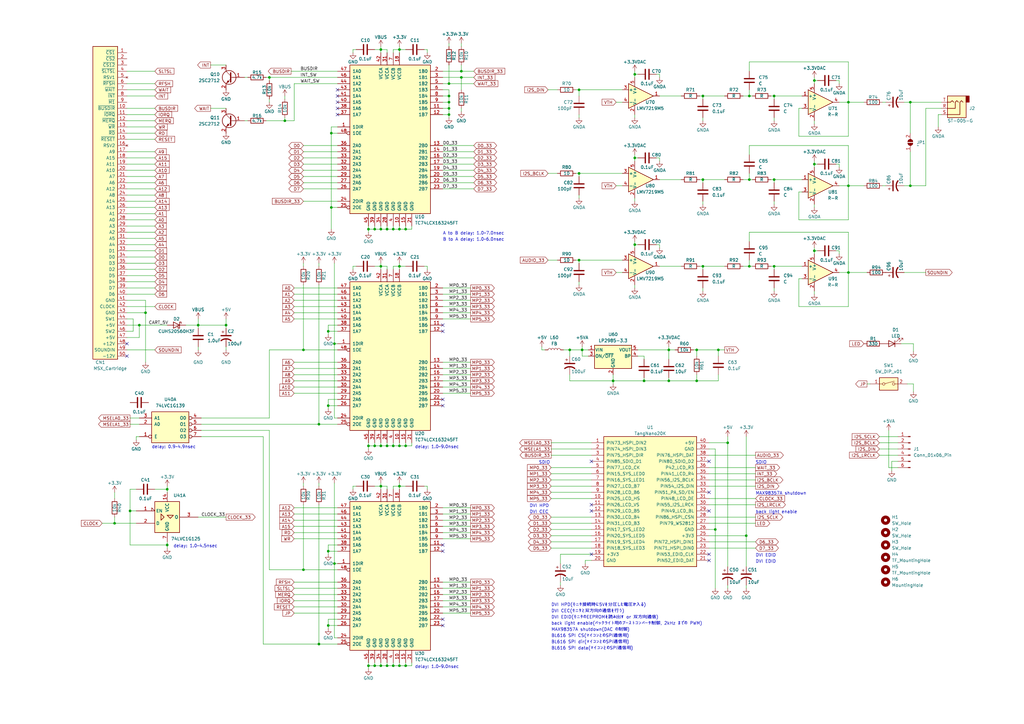
<source format=kicad_sch>
(kicad_sch (version 20230121) (generator eeschema)
  (paper "A3")
  (title_block (title "tnCart") (rev "1") (company "buppu3"))
  (junction (at 264.16 156.21))
  (junction (at 92.71 133.35))
  (junction (at 189.23 29.21))
  (junction (at 260.35 64.77))
  (junction (at 184.15 39.37))
  (junction (at 116.84 49.53))
  (junction (at 163.83 109.22))
  (junction (at 298.45 181.61))
  (junction (at 124.46 143.51))
  (junction (at 307.34 39.37))
  (junction (at 334.01 67.31))
  (junction (at 347.98 111.76))
  (junction (at 57.15 133.35))
  (junction (at 166.37 273.05))
  (junction (at 156.21 199.39))
  (junction (at 135.89 85.09))
  (junction (at 134.62 226.06))
  (junction (at 134.62 135.89))
  (junction (at 156.21 273.05))
  (junction (at 307.34 109.22))
  (junction (at 334.01 33.02))
  (junction (at 158.75 182.88))
  (junction (at 260.35 100.33))
  (junction (at 189.23 31.75))
  (junction (at 288.29 109.22))
  (junction (at 347.98 41.91))
  (junction (at 233.68 143.51))
  (junction (at 184.15 44.45))
  (junction (at 156.21 182.88))
  (junction (at 53.34 209.55))
  (junction (at 161.29 93.98))
  (junction (at 288.29 73.66))
  (junction (at 153.67 273.05))
  (junction (at 151.13 273.05))
  (junction (at 46.99 214.63))
  (junction (at 334.01 102.87))
  (junction (at 373.38 76.2))
  (junction (at 134.62 166.37))
  (junction (at 274.32 156.21))
  (junction (at 237.49 71.12))
  (junction (at 110.49 31.75))
  (junction (at 153.67 93.98))
  (junction (at 59.69 128.27))
  (junction (at 373.38 41.91))
  (junction (at 158.75 93.98))
  (junction (at 156.21 93.98))
  (junction (at 317.5 109.22))
  (junction (at 163.83 273.05))
  (junction (at 237.49 106.68))
  (junction (at 161.29 273.05))
  (junction (at 166.37 93.98))
  (junction (at 158.75 273.05))
  (junction (at 166.37 182.88))
  (junction (at 151.13 93.98))
  (junction (at 294.64 143.51))
  (junction (at 237.49 36.83))
  (junction (at 260.35 30.48))
  (junction (at 306.07 219.71))
  (junction (at 293.37 217.17))
  (junction (at 130.81 264.16))
  (junction (at 274.32 143.51))
  (junction (at 317.5 73.66))
  (junction (at 68.58 223.52))
  (junction (at 184.15 41.91))
  (junction (at 137.16 231.14))
  (junction (at 285.75 143.51))
  (junction (at 285.75 156.21))
  (junction (at 151.13 182.88))
  (junction (at 251.46 156.21))
  (junction (at 163.83 20.32))
  (junction (at 163.83 199.39))
  (junction (at 238.76 143.51))
  (junction (at 184.15 34.29))
  (junction (at 288.29 39.37))
  (junction (at 163.83 182.88))
  (junction (at 134.62 256.54))
  (junction (at 124.46 233.68))
  (junction (at 135.89 54.61))
  (junction (at 163.83 93.98))
  (junction (at 347.98 76.2))
  (junction (at 130.81 173.99))
  (junction (at 156.21 20.32))
  (junction (at 184.15 46.99))
  (junction (at 161.29 182.88))
  (junction (at 137.16 140.97))
  (junction (at 68.58 200.66))
  (junction (at 156.21 109.22))
  (junction (at 153.67 182.88))
  (junction (at 81.28 133.35))
  (junction (at 317.5 39.37))
  (junction (at 307.34 73.66))
  (no_connect (at 242.57 227.33))
  (no_connect (at 181.61 166.37))
  (no_connect (at 290.83 201.93))
  (no_connect (at 290.83 227.33))
  (no_connect (at 138.43 44.45))
  (no_connect (at 138.43 39.37))
  (no_connect (at 242.57 207.01))
  (no_connect (at 138.43 46.99))
  (no_connect (at 290.83 209.55))
  (no_connect (at 52.07 140.97))
  (no_connect (at 138.43 36.83))
  (no_connect (at 181.61 254))
  (no_connect (at 181.61 163.83))
  (no_connect (at 181.61 135.89))
  (no_connect (at 242.57 209.55))
  (no_connect (at 181.61 133.35))
  (no_connect (at 138.43 41.91))
  (no_connect (at 181.61 223.52))
  (no_connect (at 242.57 189.23))
  (no_connect (at 181.61 256.54))
  (no_connect (at 181.61 226.06))
  (no_connect (at 52.07 146.05))
  (no_connect (at 290.83 189.23))
  (no_connect (at 290.83 229.87))
  (wire (pts (xy 120.65 241.3) (xy 138.43 241.3)))
  (wire (pts (xy 124.46 143.51) (xy 138.43 143.51)))
  (wire (pts (xy 158.75 271.78) (xy 158.75 273.05)))
  (wire (pts (xy 163.83 182.88) (xy 161.29 182.88)))
  (wire (pts (xy 166.37 92.71) (xy 166.37 93.98)))
  (wire (pts (xy 138.43 223.52) (xy 134.62 223.52)))
  (wire (pts (xy 52.07 130.81) (xy 54.61 130.81)))
  (wire (pts (xy 184.15 36.83) (xy 184.15 39.37)))
  (wire (pts (xy 168.91 273.05) (xy 166.37 273.05)))
  (wire (pts (xy 304.8 39.37) (xy 307.34 39.37)))
  (wire (pts (xy 120.65 208.28) (xy 138.43 208.28)))
  (wire (pts (xy 82.55 179.07) (xy 107.95 179.07)))
  (wire (pts (xy 297.18 73.66) (xy 288.29 73.66)))
  (wire (pts (xy 57.15 133.35) (xy 57.15 138.43)))
  (wire (pts (xy 52.07 72.39) (xy 63.5 72.39)))
  (wire (pts (xy 334.01 119.38) (xy 334.01 120.65)))
  (wire (pts (xy 163.83 20.32) (xy 163.83 21.59)))
  (wire (pts (xy 373.38 62.23) (xy 373.38 76.2)))
  (wire (pts (xy 184.15 44.45) (xy 184.15 46.99)))
  (wire (pts (xy 231.14 143.51) (xy 233.68 143.51)))
  (wire (pts (xy 361.95 41.91) (xy 363.22 41.91)))
  (wire (pts (xy 124.46 72.39) (xy 138.43 72.39)))
  (wire (pts (xy 130.81 207.01) (xy 130.81 264.16)))
  (wire (pts (xy 297.18 109.22) (xy 288.29 109.22)))
  (wire (pts (xy 181.61 210.82) (xy 193.04 210.82)))
  (wire (pts (xy 163.83 181.61) (xy 163.83 182.88)))
  (wire (pts (xy 335.28 67.31) (xy 334.01 67.31)))
  (wire (pts (xy 261.62 143.51) (xy 274.32 143.51)))
  (wire (pts (xy 226.06 214.63) (xy 242.57 214.63)))
  (wire (pts (xy 293.37 217.17) (xy 293.37 241.3)))
  (wire (pts (xy 342.9 33.02) (xy 344.17 33.02)))
  (wire (pts (xy 168.91 92.71) (xy 168.91 93.98)))
  (wire (pts (xy 135.89 54.61) (xy 138.43 54.61)))
  (wire (pts (xy 181.61 215.9) (xy 193.04 215.9)))
  (wire (pts (xy 116.84 48.26) (xy 116.84 49.53)))
  (wire (pts (xy 237.49 106.68) (xy 237.49 107.95)))
  (wire (pts (xy 181.61 62.23) (xy 194.31 62.23)))
  (wire (pts (xy 153.67 199.39) (xy 156.21 199.39)))
  (wire (pts (xy 54.61 135.89) (xy 52.07 135.89)))
  (wire (pts (xy 158.75 93.98) (xy 156.21 93.98)))
  (wire (pts (xy 327.66 55.88) (xy 347.98 55.88)))
  (wire (pts (xy 181.61 72.39) (xy 194.31 72.39)))
  (wire (pts (xy 52.07 90.17) (xy 63.5 90.17)))
  (wire (pts (xy 57.15 138.43) (xy 52.07 138.43)))
  (wire (pts (xy 59.69 128.27) (xy 52.07 128.27)))
  (wire (pts (xy 288.29 73.66) (xy 288.29 74.93)))
  (wire (pts (xy 293.37 184.15) (xy 293.37 217.17)))
  (wire (pts (xy 364.49 191.77) (xy 364.49 176.53)))
  (wire (pts (xy 151.13 273.05) (xy 153.67 273.05)))
  (wire (pts (xy 334.01 102.87) (xy 334.01 104.14)))
  (wire (pts (xy 307.34 25.4) (xy 347.98 25.4)))
  (wire (pts (xy 110.49 31.75) (xy 138.43 31.75)))
  (wire (pts (xy 261.62 30.48) (xy 260.35 30.48)))
  (wire (pts (xy 134.62 133.35) (xy 134.62 135.89)))
  (wire (pts (xy 161.29 271.78) (xy 161.29 273.05)))
  (wire (pts (xy 134.62 223.52) (xy 134.62 226.06)))
  (wire (pts (xy 144.78 20.32) (xy 146.05 20.32)))
  (wire (pts (xy 285.75 143.51) (xy 285.75 146.05)))
  (wire (pts (xy 327.66 90.17) (xy 347.98 90.17)))
  (wire (pts (xy 344.17 33.02) (xy 344.17 34.29)))
  (wire (pts (xy 138.43 166.37) (xy 134.62 166.37)))
  (wire (pts (xy 264.16 156.21) (xy 274.32 156.21)))
  (wire (pts (xy 226.06 201.93) (xy 242.57 201.93)))
  (wire (pts (xy 344.17 67.31) (xy 344.17 68.58)))
  (wire (pts (xy 229.87 238.76) (xy 229.87 240.03)))
  (wire (pts (xy 153.67 93.98) (xy 156.21 93.98)))
  (wire (pts (xy 124.46 116.84) (xy 124.46 143.51)))
  (wire (pts (xy 317.5 39.37) (xy 328.93 39.37)))
  (wire (pts (xy 288.29 109.22) (xy 288.29 110.49)))
  (wire (pts (xy 237.49 71.12) (xy 255.27 71.12)))
  (wire (pts (xy 327.66 125.73) (xy 347.98 125.73)))
  (wire (pts (xy 135.89 54.61) (xy 135.89 85.09)))
  (wire (pts (xy 158.75 273.05) (xy 156.21 273.05)))
  (wire (pts (xy 151.13 182.88) (xy 153.67 182.88)))
  (wire (pts (xy 260.35 99.06) (xy 260.35 100.33)))
  (wire (pts (xy 226.06 219.71) (xy 242.57 219.71)))
  (wire (pts (xy 307.34 95.25) (xy 347.98 95.25)))
  (wire (pts (xy 298.45 181.61) (xy 298.45 232.41)))
  (wire (pts (xy 327.66 78.74) (xy 327.66 90.17)))
  (wire (pts (xy 270.51 30.48) (xy 270.51 31.75)))
  (wire (pts (xy 260.35 100.33) (xy 260.35 101.6)))
  (wire (pts (xy 379.73 76.2) (xy 373.38 76.2)))
  (wire (pts (xy 52.07 123.19) (xy 59.69 123.19)))
  (wire (pts (xy 347.98 76.2) (xy 347.98 59.69)))
  (wire (pts (xy 163.83 93.98) (xy 161.29 93.98)))
  (wire (pts (xy 317.5 48.26) (xy 317.5 49.53)))
  (wire (pts (xy 373.38 41.91) (xy 386.08 41.91)))
  (wire (pts (xy 290.83 207.01) (xy 309.88 207.01)))
  (wire (pts (xy 156.21 271.78) (xy 156.21 273.05)))
  (wire (pts (xy 373.38 41.91) (xy 373.38 54.61)))
  (wire (pts (xy 237.49 36.83) (xy 237.49 39.37)))
  (wire (pts (xy 163.83 199.39) (xy 166.37 199.39)))
  (wire (pts (xy 137.16 231.14) (xy 137.16 261.62)))
  (wire (pts (xy 181.61 34.29) (xy 184.15 34.29)))
  (wire (pts (xy 290.83 224.79) (xy 309.88 224.79)))
  (wire (pts (xy 138.43 171.45) (xy 137.16 171.45)))
  (wire (pts (xy 181.61 220.98) (xy 193.04 220.98)))
  (wire (pts (xy 184.15 26.67) (xy 184.15 34.29)))
  (wire (pts (xy 134.62 163.83) (xy 134.62 166.37)))
  (wire (pts (xy 107.95 264.16) (xy 107.95 179.07)))
  (wire (pts (xy 120.65 215.9) (xy 138.43 215.9)))
  (wire (pts (xy 189.23 29.21) (xy 194.31 29.21)))
  (wire (pts (xy 261.62 64.77) (xy 260.35 64.77)))
  (wire (pts (xy 226.06 196.85) (xy 242.57 196.85)))
  (wire (pts (xy 347.98 111.76) (xy 344.17 111.76)))
  (wire (pts (xy 307.34 109.22) (xy 308.61 109.22)))
  (wire (pts (xy 251.46 156.21) (xy 251.46 153.67)))
  (wire (pts (xy 297.18 39.37) (xy 288.29 39.37)))
  (wire (pts (xy 189.23 31.75) (xy 194.31 31.75)))
  (wire (pts (xy 181.61 120.65) (xy 193.04 120.65)))
  (wire (pts (xy 189.23 26.67) (xy 189.23 29.21)))
  (wire (pts (xy 54.61 130.81) (xy 54.61 135.89)))
  (wire (pts (xy 285.75 153.67) (xy 285.75 156.21)))
  (wire (pts (xy 52.07 77.47) (xy 63.5 77.47)))
  (wire (pts (xy 344.17 102.87) (xy 344.17 104.14)))
  (wire (pts (xy 134.62 254) (xy 134.62 256.54)))
  (wire (pts (xy 151.13 273.05) (xy 151.13 274.32)))
  (wire (pts (xy 158.75 21.59) (xy 158.75 20.32)))
  (wire (pts (xy 120.65 125.73) (xy 138.43 125.73)))
  (wire (pts (xy 135.89 85.09) (xy 135.89 93.98)))
  (wire (pts (xy 156.21 199.39) (xy 158.75 199.39)))
  (wire (pts (xy 224.79 36.83) (xy 228.6 36.83)))
  (wire (pts (xy 63.5 200.66) (xy 68.58 200.66)))
  (wire (pts (xy 52.07 87.63) (xy 63.5 87.63)))
  (wire (pts (xy 52.07 120.65) (xy 63.5 120.65)))
  (wire (pts (xy 57.15 179.07) (xy 55.88 179.07)))
  (wire (pts (xy 306.07 179.07) (xy 306.07 219.71)))
  (wire (pts (xy 373.38 76.2) (xy 370.84 76.2)))
  (wire (pts (xy 52.07 125.73) (xy 63.5 125.73)))
  (wire (pts (xy 153.67 273.05) (xy 156.21 273.05)))
  (wire (pts (xy 270.51 100.33) (xy 270.51 101.6)))
  (wire (pts (xy 120.65 220.98) (xy 138.43 220.98)))
  (wire (pts (xy 316.23 73.66) (xy 317.5 73.66)))
  (wire (pts (xy 68.58 222.25) (xy 68.58 223.52)))
  (wire (pts (xy 181.61 123.19) (xy 193.04 123.19)))
  (wire (pts (xy 144.78 200.66) (xy 144.78 199.39)))
  (wire (pts (xy 120.65 238.76) (xy 138.43 238.76)))
  (wire (pts (xy 347.98 59.69) (xy 307.34 59.69)))
  (wire (pts (xy 274.32 143.51) (xy 274.32 147.32)))
  (wire (pts (xy 161.29 273.05) (xy 158.75 273.05)))
  (wire (pts (xy 120.65 156.21) (xy 138.43 156.21)))
  (wire (pts (xy 317.5 109.22) (xy 328.93 109.22)))
  (wire (pts (xy 328.93 78.74) (xy 327.66 78.74)))
  (wire (pts (xy 158.75 181.61) (xy 158.75 182.88)))
  (wire (pts (xy 130.81 173.99) (xy 138.43 173.99)))
  (wire (pts (xy 181.61 46.99) (xy 184.15 46.99)))
  (wire (pts (xy 233.68 153.67) (xy 233.68 156.21)))
  (wire (pts (xy 372.11 157.48) (xy 374.65 157.48)))
  (wire (pts (xy 166.37 93.98) (xy 163.83 93.98)))
  (wire (pts (xy 184.15 17.78) (xy 184.15 19.05)))
  (wire (pts (xy 52.07 115.57) (xy 63.5 115.57)))
  (wire (pts (xy 137.16 140.97) (xy 137.16 107.95)))
  (wire (pts (xy 290.83 217.17) (xy 293.37 217.17)))
  (wire (pts (xy 120.65 246.38) (xy 138.43 246.38)))
  (wire (pts (xy 158.75 200.66) (xy 158.75 199.39)))
  (wire (pts (xy 294.64 143.51) (xy 297.18 143.51)))
  (wire (pts (xy 181.61 153.67) (xy 193.04 153.67)))
  (wire (pts (xy 134.62 256.54) (xy 134.62 257.81)))
  (wire (pts (xy 290.83 212.09) (xy 309.88 212.09)))
  (wire (pts (xy 307.34 36.83) (xy 307.34 39.37)))
  (wire (pts (xy 138.43 140.97) (xy 137.16 140.97)))
  (wire (pts (xy 130.81 107.95) (xy 130.81 109.22)))
  (wire (pts (xy 360.68 181.61) (xy 368.3 181.61)))
  (wire (pts (xy 224.79 106.68) (xy 228.6 106.68)))
  (wire (pts (xy 226.06 217.17) (xy 242.57 217.17)))
  (wire (pts (xy 334.01 67.31) (xy 334.01 68.58)))
  (wire (pts (xy 120.65 161.29) (xy 138.43 161.29)))
  (wire (pts (xy 124.46 107.95) (xy 124.46 109.22)))
  (wire (pts (xy 287.02 73.66) (xy 288.29 73.66)))
  (wire (pts (xy 124.46 69.85) (xy 138.43 69.85)))
  (wire (pts (xy 52.07 46.99) (xy 63.5 46.99)))
  (wire (pts (xy 360.68 186.69) (xy 368.3 186.69)))
  (wire (pts (xy 124.46 67.31) (xy 138.43 67.31)))
  (wire (pts (xy 181.61 64.77) (xy 194.31 64.77)))
  (wire (pts (xy 260.35 29.21) (xy 260.35 30.48)))
  (wire (pts (xy 59.69 128.27) (xy 59.69 148.59)))
  (wire (pts (xy 52.07 85.09) (xy 63.5 85.09)))
  (wire (pts (xy 163.83 20.32) (xy 166.37 20.32)))
  (wire (pts (xy 81.28 143.51) (xy 81.28 142.24)))
  (wire (pts (xy 181.61 125.73) (xy 193.04 125.73)))
  (wire (pts (xy 181.61 130.81) (xy 193.04 130.81)))
  (wire (pts (xy 287.02 39.37) (xy 288.29 39.37)))
  (wire (pts (xy 81.28 133.35) (xy 92.71 133.35)))
  (wire (pts (xy 120.65 130.81) (xy 138.43 130.81)))
  (wire (pts (xy 161.29 200.66) (xy 161.29 199.39)))
  (wire (pts (xy 384.81 46.99) (xy 384.81 52.07)))
  (wire (pts (xy 52.07 143.51) (xy 63.5 143.51)))
  (wire (pts (xy 138.43 256.54) (xy 134.62 256.54)))
  (wire (pts (xy 52.07 92.71) (xy 63.5 92.71)))
  (wire (pts (xy 181.61 118.11) (xy 193.04 118.11)))
  (wire (pts (xy 168.91 271.78) (xy 168.91 273.05)))
  (wire (pts (xy 347.98 90.17) (xy 347.98 76.2)))
  (wire (pts (xy 316.23 109.22) (xy 317.5 109.22)))
  (wire (pts (xy 226.06 222.25) (xy 242.57 222.25)))
  (wire (pts (xy 137.16 261.62) (xy 138.43 261.62)))
  (wire (pts (xy 137.16 198.12) (xy 137.16 231.14)))
  (wire (pts (xy 370.84 111.76) (xy 379.73 111.76)))
  (wire (pts (xy 166.37 182.88) (xy 163.83 182.88)))
  (wire (pts (xy 124.46 207.01) (xy 124.46 233.68)))
  (wire (pts (xy 236.22 71.12) (xy 237.49 71.12)))
  (wire (pts (xy 181.61 248.92) (xy 193.04 248.92)))
  (wire (pts (xy 124.46 59.69) (xy 138.43 59.69)))
  (wire (pts (xy 181.61 59.69) (xy 194.31 59.69)))
  (wire (pts (xy 46.99 212.09) (xy 46.99 214.63)))
  (wire (pts (xy 151.13 93.98) (xy 151.13 95.25)))
  (wire (pts (xy 151.13 182.88) (xy 151.13 184.15)))
  (wire (pts (xy 328.93 44.45) (xy 327.66 44.45)))
  (wire (pts (xy 100.33 31.75) (xy 101.6 31.75)))
  (wire (pts (xy 237.49 115.57) (xy 237.49 116.84)))
  (wire (pts (xy 116.84 49.53) (xy 120.65 49.53)))
  (wire (pts (xy 124.46 64.77) (xy 138.43 64.77)))
  (wire (pts (xy 290.83 194.31) (xy 309.88 194.31)))
  (wire (pts (xy 161.29 182.88) (xy 158.75 182.88)))
  (wire (pts (xy 110.49 233.68) (xy 124.46 233.68)))
  (wire (pts (xy 156.21 181.61) (xy 156.21 182.88)))
  (wire (pts (xy 290.83 184.15) (xy 293.37 184.15)))
  (wire (pts (xy 342.9 67.31) (xy 344.17 67.31)))
  (wire (pts (xy 347.98 41.91) (xy 354.33 41.91)))
  (wire (pts (xy 156.21 199.39) (xy 156.21 200.66)))
  (wire (pts (xy 386.08 46.99) (xy 384.81 46.99)))
  (wire (pts (xy 153.67 20.32) (xy 156.21 20.32)))
  (wire (pts (xy 181.61 148.59) (xy 193.04 148.59)))
  (wire (pts (xy 274.32 154.94) (xy 274.32 156.21)))
  (wire (pts (xy 52.07 57.15) (xy 63.5 57.15)))
  (wire (pts (xy 181.61 74.93) (xy 194.31 74.93)))
  (wire (pts (xy 347.98 55.88) (xy 347.98 41.91)))
  (wire (pts (xy 181.61 241.3) (xy 193.04 241.3)))
  (wire (pts (xy 334.01 66.04) (xy 334.01 67.31)))
  (wire (pts (xy 222.25 142.24) (xy 222.25 143.51)))
  (wire (pts (xy 181.61 44.45) (xy 184.15 44.45)))
  (wire (pts (xy 347.98 41.91) (xy 347.98 25.4)))
  (wire (pts (xy 153.67 92.71) (xy 153.67 93.98)))
  (wire (pts (xy 307.34 71.12) (xy 307.34 73.66)))
  (wire (pts (xy 175.26 20.32) (xy 175.26 21.59)))
  (wire (pts (xy 116.84 39.37) (xy 116.84 40.64)))
  (wire (pts (xy 81.28 130.81) (xy 81.28 133.35)))
  (wire (pts (xy 124.46 77.47) (xy 138.43 77.47)))
  (wire (pts (xy 226.06 194.31) (xy 242.57 194.31)))
  (wire (pts (xy 120.65 248.92) (xy 138.43 248.92)))
  (wire (pts (xy 153.67 271.78) (xy 153.67 273.05)))
  (wire (pts (xy 109.22 49.53) (xy 116.84 49.53)))
  (wire (pts (xy 100.33 49.53) (xy 101.6 49.53)))
  (wire (pts (xy 68.58 199.39) (xy 68.58 200.66)))
  (wire (pts (xy 288.29 118.11) (xy 288.29 119.38)))
  (wire (pts (xy 226.06 199.39) (xy 242.57 199.39)))
  (wire (pts (xy 224.79 71.12) (xy 228.6 71.12)))
  (wire (pts (xy 53.34 200.66) (xy 53.34 209.55)))
  (wire (pts (xy 347.98 111.76) (xy 347.98 95.25)))
  (wire (pts (xy 269.24 64.77) (xy 270.51 64.77)))
  (wire (pts (xy 335.28 102.87) (xy 334.01 102.87)))
  (wire (pts (xy 138.43 226.06) (xy 134.62 226.06)))
  (wire (pts (xy 260.35 30.48) (xy 260.35 31.75)))
  (wire (pts (xy 233.68 143.51) (xy 233.68 146.05)))
  (wire (pts (xy 156.21 109.22) (xy 158.75 109.22)))
  (wire (pts (xy 252.73 76.2) (xy 255.27 76.2)))
  (wire (pts (xy 270.51 73.66) (xy 279.4 73.66)))
  (wire (pts (xy 120.65 128.27) (xy 138.43 128.27)))
  (wire (pts (xy 251.46 156.21) (xy 251.46 157.48)))
  (wire (pts (xy 156.21 107.95) (xy 156.21 109.22)))
  (wire (pts (xy 168.91 181.61) (xy 168.91 182.88)))
  (wire (pts (xy 189.23 44.45) (xy 189.23 45.72)))
  (wire (pts (xy 173.99 199.39) (xy 175.26 199.39)))
  (wire (pts (xy 120.65 210.82) (xy 138.43 210.82)))
  (wire (pts (xy 236.22 36.83) (xy 237.49 36.83)))
  (wire (pts (xy 156.21 198.12) (xy 156.21 199.39)))
  (wire (pts (xy 264.16 154.94) (xy 264.16 156.21)))
  (wire (pts (xy 226.06 181.61) (xy 242.57 181.61)))
  (wire (pts (xy 135.89 85.09) (xy 138.43 85.09)))
  (wire (pts (xy 181.61 161.29) (xy 193.04 161.29)))
  (wire (pts (xy 135.89 52.07) (xy 135.89 54.61)))
  (wire (pts (xy 290.83 222.25) (xy 309.88 222.25)))
  (wire (pts (xy 294.64 143.51) (xy 285.75 143.51)))
  (wire (pts (xy 304.8 109.22) (xy 307.34 109.22)))
  (wire (pts (xy 52.07 62.23) (xy 63.5 62.23)))
  (wire (pts (xy 347.98 76.2) (xy 344.17 76.2)))
  (wire (pts (xy 92.71 143.51) (xy 92.71 142.24)))
  (wire (pts (xy 189.23 17.78) (xy 189.23 19.05)))
  (wire (pts (xy 156.21 92.71) (xy 156.21 93.98)))
  (wire (pts (xy 110.49 143.51) (xy 110.49 171.45)))
  (wire (pts (xy 237.49 71.12) (xy 237.49 72.39)))
  (wire (pts (xy 290.83 219.71) (xy 306.07 219.71)))
  (wire (pts (xy 52.07 52.07) (xy 63.5 52.07)))
  (wire (pts (xy 238.76 142.24) (xy 238.76 143.51)))
  (wire (pts (xy 334.01 83.82) (xy 334.01 85.09)))
  (wire (pts (xy 59.69 123.19) (xy 59.69 128.27)))
  (wire (pts (xy 52.07 29.21) (xy 63.5 29.21)))
  (wire (pts (xy 134.62 135.89) (xy 134.62 137.16)))
  (wire (pts (xy 361.95 76.2) (xy 363.22 76.2)))
  (wire (pts (xy 161.29 92.71) (xy 161.29 93.98)))
  (wire (pts (xy 156.21 109.22) (xy 156.21 110.49)))
  (wire (pts (xy 82.55 173.99) (xy 130.81 173.99)))
  (wire (pts (xy 163.83 271.78) (xy 163.83 273.05)))
  (wire (pts (xy 181.61 36.83) (xy 184.15 36.83)))
  (wire (pts (xy 138.43 163.83) (xy 134.62 163.83)))
  (wire (pts (xy 260.35 81.28) (xy 260.35 82.55)))
  (wire (pts (xy 317.5 39.37) (xy 317.5 40.64)))
  (wire (pts (xy 288.29 39.37) (xy 288.29 40.64)))
  (wire (pts (xy 181.61 39.37) (xy 184.15 39.37)))
  (wire (pts (xy 298.45 181.61) (xy 290.83 181.61)))
  (wire (pts (xy 317.5 73.66) (xy 328.93 73.66)))
  (wire (pts (xy 151.13 93.98) (xy 153.67 93.98)))
  (wire (pts (xy 181.61 41.91) (xy 184.15 41.91)))
  (wire (pts (xy 334.01 33.02) (xy 334.01 34.29)))
  (wire (pts (xy 109.22 31.75) (xy 110.49 31.75)))
  (wire (pts (xy 285.75 156.21) (xy 294.64 156.21)))
  (wire (pts (xy 240.03 229.87) (xy 240.03 231.14)))
  (wire (pts (xy 52.07 133.35) (xy 57.15 133.35)))
  (wire (pts (xy 92.71 133.35) (xy 92.71 134.62)))
  (wire (pts (xy 138.43 264.16) (xy 130.81 264.16)))
  (wire (pts (xy 181.61 251.46) (xy 193.04 251.46)))
  (wire (pts (xy 233.68 143.51) (xy 238.76 143.51)))
  (wire (pts (xy 307.34 59.69) (xy 307.34 63.5)))
  (wire (pts (xy 110.49 143.51) (xy 124.46 143.51)))
  (wire (pts (xy 151.13 271.78) (xy 151.13 273.05)))
  (wire (pts (xy 269.24 100.33) (xy 270.51 100.33)))
  (wire (pts (xy 260.35 63.5) (xy 260.35 64.77)))
  (wire (pts (xy 173.99 20.32) (xy 175.26 20.32)))
  (wire (pts (xy 237.49 46.99) (xy 237.49 48.26)))
  (wire (pts (xy 120.65 218.44) (xy 138.43 218.44)))
  (wire (pts (xy 52.07 113.03) (xy 63.5 113.03)))
  (wire (pts (xy 287.02 109.22) (xy 288.29 109.22)))
  (wire (pts (xy 184.15 34.29) (xy 194.31 34.29)))
  (wire (pts (xy 81.28 134.62) (xy 81.28 133.35)))
  (wire (pts (xy 138.43 135.89) (xy 134.62 135.89)))
  (wire (pts (xy 181.61 238.76) (xy 193.04 238.76)))
  (wire (pts (xy 226.06 191.77) (xy 242.57 191.77)))
  (wire (pts (xy 144.78 110.49) (xy 144.78 109.22)))
  (wire (pts (xy 342.9 102.87) (xy 344.17 102.87)))
  (wire (pts (xy 119.38 29.21) (xy 138.43 29.21)))
  (wire (pts (xy 260.35 116.84) (xy 260.35 118.11)))
  (wire (pts (xy 374.65 157.48) (xy 374.65 160.655)))
  (wire (pts (xy 317.5 118.11) (xy 317.5 119.38)))
  (wire (pts (xy 181.61 29.21) (xy 189.23 29.21)))
  (wire (pts (xy 166.37 271.78) (xy 166.37 273.05)))
  (wire (pts (xy 226.06 184.15) (xy 242.57 184.15)))
  (wire (pts (xy 355.6 157.48) (xy 356.87 157.48)))
  (wire (pts (xy 368.3 191.77) (xy 364.49 191.77)))
  (wire (pts (xy 175.26 199.39) (xy 175.26 200.66)))
  (wire (pts (xy 181.61 213.36) (xy 193.04 213.36)))
  (wire (pts (xy 181.61 156.21) (xy 193.04 156.21)))
  (wire (pts (xy 52.07 95.25) (xy 63.5 95.25)))
  (wire (pts (xy 229.87 227.33) (xy 229.87 231.14)))
  (wire (pts (xy 68.58 200.66) (xy 68.58 201.93)))
  (wire (pts (xy 270.51 64.77) (xy 270.51 66.04)))
  (wire (pts (xy 173.99 109.22) (xy 175.26 109.22)))
  (wire (pts (xy 151.13 92.71) (xy 151.13 93.98)))
  (wire (pts (xy 290.83 204.47) (xy 309.88 204.47)))
  (wire (pts (xy 158.75 182.88) (xy 156.21 182.88)))
  (wire (pts (xy 57.15 133.35) (xy 68.58 133.35)))
  (wire (pts (xy 294.64 146.05) (xy 294.64 143.51)))
  (wire (pts (xy 156.21 20.32) (xy 158.75 20.32)))
  (wire (pts (xy 304.8 73.66) (xy 307.34 73.66)))
  (wire (pts (xy 46.99 214.63) (xy 55.88 214.63)))
  (wire (pts (xy 288.29 48.26) (xy 288.29 49.53)))
  (wire (pts (xy 53.34 209.55) (xy 55.88 209.55)))
  (wire (pts (xy 379.73 44.45) (xy 379.73 76.2)))
  (wire (pts (xy 52.07 118.11) (xy 63.5 118.11)))
  (wire (pts (xy 347.98 41.91) (xy 344.17 41.91)))
  (wire (pts (xy 328.93 114.3) (xy 327.66 114.3)))
  (wire (pts (xy 52.07 34.29) (xy 63.5 34.29)))
  (wire (pts (xy 137.16 171.45) (xy 137.16 140.97)))
  (wire (pts (xy 181.61 151.13) (xy 193.04 151.13)))
  (wire (pts (xy 168.91 182.88) (xy 166.37 182.88)))
  (wire (pts (xy 237.49 36.83) (xy 255.27 36.83)))
  (wire (pts (xy 181.61 128.27) (xy 193.04 128.27)))
  (wire (pts (xy 334.01 49.53) (xy 334.01 50.8)))
  (wire (pts (xy 68.58 223.52) (xy 68.58 224.79)))
  (wire (pts (xy 261.62 100.33) (xy 260.35 100.33)))
  (wire (pts (xy 284.48 143.51) (xy 285.75 143.51)))
  (wire (pts (xy 298.45 179.07) (xy 298.45 181.61)))
  (wire (pts (xy 81.28 212.09) (xy 92.71 212.09)))
  (wire (pts (xy 166.37 181.61) (xy 166.37 182.88)))
  (wire (pts (xy 156.21 19.05) (xy 156.21 20.32)))
  (wire (pts (xy 298.45 240.03) (xy 298.45 241.3)))
  (wire (pts (xy 52.07 110.49) (xy 63.5 110.49)))
  (wire (pts (xy 270.51 109.22) (xy 279.4 109.22)))
  (wire (pts (xy 52.07 44.45) (xy 63.5 44.45)))
  (wire (pts (xy 124.46 74.93) (xy 138.43 74.93)))
  (wire (pts (xy 189.23 31.75) (xy 189.23 36.83)))
  (wire (pts (xy 237.49 80.01) (xy 237.49 81.28)))
  (wire (pts (xy 184.15 41.91) (xy 184.15 44.45)))
  (wire (pts (xy 226.06 212.09) (xy 242.57 212.09)))
  (wire (pts (xy 181.61 77.47) (xy 194.31 77.47)))
  (wire (pts (xy 124.46 233.68) (xy 138.43 233.68)))
  (wire (pts (xy 120.65 34.29) (xy 120.65 49.53)))
  (wire (pts (xy 52.07 74.93) (xy 63.5 74.93)))
  (wire (pts (xy 161.29 109.22) (xy 163.83 109.22)))
  (wire (pts (xy 82.55 171.45) (xy 110.49 171.45)))
  (wire (pts (xy 124.46 198.12) (xy 124.46 199.39)))
  (wire (pts (xy 138.43 133.35) (xy 134.62 133.35)))
  (wire (pts (xy 269.24 30.48) (xy 270.51 30.48)))
  (wire (pts (xy 307.34 106.68) (xy 307.34 109.22)))
  (wire (pts (xy 290.83 214.63) (xy 309.88 214.63)))
  (wire (pts (xy 307.34 73.66) (xy 308.61 73.66)))
  (wire (pts (xy 335.28 33.02) (xy 334.01 33.02)))
  (wire (pts (xy 368.3 189.23) (xy 365.76 189.23)))
  (wire (pts (xy 52.07 105.41) (xy 63.5 105.41)))
  (wire (pts (xy 144.78 109.22) (xy 146.05 109.22)))
  (wire (pts (xy 52.07 80.01) (xy 63.5 80.01)))
  (wire (pts (xy 55.88 200.66) (xy 53.34 200.66)))
  (wire (pts (xy 184.15 46.99) (xy 184.15 48.26)))
  (wire (pts (xy 53.34 223.52) (xy 53.34 209.55)))
  (wire (pts (xy 242.57 227.33) (xy 229.87 227.33)))
  (wire (pts (xy 285.75 156.21) (xy 274.32 156.21)))
  (wire (pts (xy 274.32 143.51) (xy 276.86 143.51)))
  (wire (pts (xy 168.91 93.98) (xy 166.37 93.98)))
  (wire (pts (xy 307.34 25.4) (xy 307.34 29.21)))
  (wire (pts (xy 260.35 64.77) (xy 260.35 66.04)))
  (wire (pts (xy 317.5 82.55) (xy 317.5 83.82)))
  (wire (pts (xy 153.67 182.88) (xy 156.21 182.88)))
  (wire (pts (xy 120.65 158.75) (xy 138.43 158.75)))
  (wire (pts (xy 161.29 20.32) (xy 163.83 20.32)))
  (wire (pts (xy 41.91 214.63) (xy 46.99 214.63)))
  (wire (pts (xy 360.68 179.07) (xy 368.3 179.07)))
  (wire (pts (xy 261.62 146.05) (xy 264.16 146.05)))
  (wire (pts (xy 120.65 123.19) (xy 138.43 123.19)))
  (wire (pts (xy 334.01 31.75) (xy 334.01 33.02)))
  (wire (pts (xy 236.22 106.68) (xy 237.49 106.68)))
  (wire (pts (xy 161.29 93.98) (xy 158.75 93.98)))
  (wire (pts (xy 120.65 118.11) (xy 138.43 118.11)))
  (wire (pts (xy 52.07 67.31) (xy 63.5 67.31)))
  (wire (pts (xy 137.16 231.14) (xy 138.43 231.14)))
  (wire (pts (xy 110.49 31.75) (xy 110.49 33.02)))
  (wire (pts (xy 156.21 20.32) (xy 156.21 21.59)))
  (wire (pts (xy 120.65 153.67) (xy 138.43 153.67)))
  (wire (pts (xy 306.07 240.03) (xy 306.07 241.3)))
  (wire (pts (xy 307.34 95.25) (xy 307.34 99.06)))
  (wire (pts (xy 161.29 21.59) (xy 161.29 20.32)))
  (wire (pts (xy 138.43 52.07) (xy 135.89 52.07)))
  (wire (pts (xy 317.5 109.22) (xy 317.5 110.49)))
  (wire (pts (xy 237.49 106.68) (xy 255.27 106.68)))
  (wire (pts (xy 82.55 176.53) (xy 110.49 176.53)))
  (wire (pts (xy 52.07 49.53) (xy 63.5 49.53)))
  (wire (pts (xy 163.83 198.12) (xy 163.83 199.39)))
  (wire (pts (xy 334.01 101.6) (xy 334.01 102.87)))
  (wire (pts (xy 53.34 173.99) (xy 57.15 173.99)))
  (wire (pts (xy 290.83 199.39) (xy 309.88 199.39)))
  (wire (pts (xy 233.68 156.21) (xy 251.46 156.21)))
  (wire (pts (xy 238.76 143.51) (xy 241.3 143.51)))
  (wire (pts (xy 347.98 125.73) (xy 347.98 111.76)))
  (wire (pts (xy 86.36 44.45) (xy 92.71 44.45)))
  (wire (pts (xy 120.65 243.84) (xy 138.43 243.84)))
  (wire (pts (xy 317.5 73.66) (xy 317.5 74.93)))
  (wire (pts (xy 360.68 184.15) (xy 368.3 184.15)))
  (wire (pts (xy 92.71 133.35) (xy 92.71 130.81)))
  (wire (pts (xy 120.65 251.46) (xy 138.43 251.46)))
  (wire (pts (xy 288.29 82.55) (xy 288.29 83.82)))
  (wire (pts (xy 252.73 111.76) (xy 255.27 111.76)))
  (wire (pts (xy 161.29 110.49) (xy 161.29 109.22)))
  (wire (pts (xy 151.13 181.61) (xy 151.13 182.88)))
  (wire (pts (xy 130.81 198.12) (xy 130.81 199.39)))
  (wire (pts (xy 290.83 196.85) (xy 309.88 196.85)))
  (wire (pts (xy 158.75 92.71) (xy 158.75 93.98)))
  (wire (pts (xy 163.83 199.39) (xy 163.83 200.66)))
  (wire (pts (xy 120.65 148.59) (xy 138.43 148.59)))
  (wire (pts (xy 52.07 82.55) (xy 63.5 82.55)))
  (wire (pts (xy 369.57 140.97) (xy 374.65 140.97)))
  (wire (pts (xy 124.46 82.55) (xy 138.43 82.55)))
  (wire (pts (xy 68.58 223.52) (xy 53.34 223.52)))
  (wire (pts (xy 153.67 109.22) (xy 156.21 109.22)))
  (wire (pts (xy 181.61 69.85) (xy 194.31 69.85)))
  (wire (pts (xy 370.84 41.91) (xy 373.38 41.91)))
  (wire (pts (xy 260.35 46.99) (xy 260.35 48.26)))
  (wire (pts (xy 181.61 158.75) (xy 193.04 158.75)))
  (wire (pts (xy 52.07 107.95) (xy 63.5 107.95)))
  (wire (pts (xy 347.98 111.76) (xy 355.6 111.76)))
  (wire (pts (xy 238.76 143.51) (xy 238.76 146.05)))
  (wire (pts (xy 110.49 233.68) (xy 110.49 176.53)))
  (wire (pts (xy 226.06 224.79) (xy 242.57 224.79)))
  (wire (pts (xy 163.83 273.05) (xy 161.29 273.05)))
  (wire (pts (xy 163.83 107.95) (xy 163.83 109.22)))
  (wire (pts (xy 290.83 186.69) (xy 309.88 186.69)))
  (wire (pts (xy 166.37 273.05) (xy 163.83 273.05)))
  (wire (pts (xy 307.34 39.37) (xy 308.61 39.37)))
  (wire (pts (xy 161.29 199.39) (xy 163.83 199.39)))
  (wire (pts (xy 124.46 62.23) (xy 138.43 62.23)))
  (wire (pts (xy 181.61 243.84) (xy 193.04 243.84)))
  (wire (pts (xy 52.07 64.77) (xy 63.5 64.77)))
  (wire (pts (xy 379.73 44.45) (xy 386.08 44.45)))
  (wire (pts (xy 134.62 166.37) (xy 134.62 167.64)))
  (wire (pts (xy 306.07 219.71) (xy 306.07 232.41)))
  (wire (pts (xy 52.07 100.33) (xy 63.5 100.33)))
  (wire (pts (xy 274.32 142.24) (xy 274.32 143.51)))
  (wire (pts (xy 327.66 114.3) (xy 327.66 125.73)))
  (wire (pts (xy 52.07 102.87) (xy 63.5 102.87)))
  (wire (pts (xy 252.73 41.91) (xy 255.27 41.91)))
  (wire (pts (xy 52.07 36.83) (xy 63.5 36.83)))
  (wire (pts (xy 163.83 109.22) (xy 166.37 109.22)))
  (wire (pts (xy 327.66 44.45) (xy 327.66 55.88)))
  (wire (pts (xy 294.64 156.21) (xy 294.64 153.67)))
  (wire (pts (xy 226.06 186.69) (xy 242.57 186.69)))
  (wire (pts (xy 138.43 254) (xy 134.62 254)))
  (wire (pts (xy 120.65 34.29) (xy 138.43 34.29)))
  (wire (pts (xy 181.61 67.31) (xy 194.31 67.31)))
  (wire (pts (xy 110.49 40.64) (xy 110.49 41.91)))
  (wire (pts (xy 181.61 31.75) (xy 189.23 31.75)))
  (wire (pts (xy 264.16 146.05) (xy 264.16 147.32)))
  (wire (pts (xy 241.3 146.05) (xy 238.76 146.05)))
  (wire (pts (xy 120.65 213.36) (xy 138.43 213.36)))
  (wire (pts (xy 46.99 201.93) (xy 46.99 204.47)))
  (wire (pts (xy 134.62 226.06) (xy 134.62 227.33)))
  (wire (pts (xy 52.07 54.61) (xy 63.5 54.61)))
  (wire (pts (xy 55.88 179.07) (xy 55.88 180.34)))
  (wire (pts (xy 365.76 189.23) (xy 365.76 193.04)))
  (wire (pts (xy 175.26 109.22) (xy 175.26 110.49)))
  (wire (pts (xy 120.65 120.65) (xy 138.43 120.65)))
  (wire (pts (xy 52.07 97.79) (xy 63.5 97.79)))
  (wire (pts (xy 316.23 39.37) (xy 317.5 39.37)))
  (wire (pts (xy 184.15 39.37) (xy 184.15 41.91)))
  (wire (pts (xy 161.29 181.61) (xy 161.29 182.88)))
  (wire (pts (xy 181.61 218.44) (xy 193.04 218.44)))
  (wire (pts (xy 374.65 140.97) (xy 374.65 144.145)))
  (wire (pts (xy 158.75 110.49) (xy 158.75 109.22)))
  (wire (pts (xy 264.16 156.21) (xy 251.46 156.21)))
  (wire (pts (xy 153.67 181.61) (xy 153.67 182.88)))
  (wire (pts (xy 223.52 143.51) (xy 222.25 143.51)))
  (wire (pts (xy 144.78 199.39) (xy 146.05 199.39)))
  (wire (pts (xy 181.61 246.38) (xy 193.04 246.38)))
  (wire (pts (xy 290.83 191.77) (xy 309.88 191.77)))
  (wire (pts (xy 163.83 19.05) (xy 163.83 20.32)))
  (wire (pts (xy 163.83 109.22) (xy 163.83 110.49)))
  (wire (pts (xy 226.06 204.47) (xy 242.57 204.47)))
  (wire (pts (xy 53.34 171.45) (xy 57.15 171.45)))
  (wire (pts (xy 86.36 26.67) (xy 92.71 26.67)))
  (wire (pts (xy 240.03 229.87) (xy 242.57 229.87)))
  (wire (pts (xy 163.83 92.71) (xy 163.83 93.98)))
  (wire (pts (xy 52.07 39.37) (xy 63.5 39.37)))
  (wire (pts (xy 130.81 116.84) (xy 130.81 173.99)))
  (wire (pts (xy 181.61 208.28) (xy 193.04 208.28)))
  (wire (pts (xy 347.98 76.2) (xy 354.33 76.2)))
  (wire (pts (xy 76.2 133.35) (xy 81.28 133.35)))
  (wire (pts (xy 130.81 264.16) (xy 107.95 264.16)))
  (wire (pts (xy 144.78 21.59) (xy 144.78 20.32)))
  (wire (pts (xy 270.51 39.37) (xy 279.4 39.37)))
  (wire (pts (xy 120.65 151.13) (xy 138.43 151.13)))
  (wire (pts (xy 52.07 69.85) (xy 63.5 69.85)))
  (text "SDIO" (at 220.98 190.5 0) (effects (font (size 1.27 1.27)) (justify left bottom)))
  (text "DVI HPD(モニタ接続時に5Vを分圧した電圧が入る)" (at 226.06 248.92 0) (effects (font (size 1.27 1.27)) (justify left bottom)))
  (text "BL616 SPI dir(マイコンとのSPI通信用)" (at 226.06 264.16 0) (effects (font (size 1.27 1.27)) (justify left bottom)))
  (text "DVI CEC(モニタと双方向の通信を行う)" (at 226.06 251.46 0) (effects (font (size 1.27 1.27)) (justify left bottom)))
  (text "back light enable(バックライト用のブーストコンバータ制御, 2kHz までの PWM)" (at 226.06 256.54 0) (effects (font (size 1.27 1.27)) (justify left bottom)))
  (text "DVI HPD" (at 217.17 208.28 0) (effects (font (size 1.27 1.27)) (justify left bottom)))
  (text "BL616 SPI CS(マイコンとのSPI通信用)" (at 226.06 261.62 0) (effects (font (size 1.27 1.27)) (justify left bottom)))
  (text "B to A delay: 1.0~6.0nsec" (at 181.61 99.06 0) (effects (font (size 1.27 1.27)) (justify left bottom)))
  (text "delay: 0.9~4.9nsec" (at 62.23 184.15 0) (effects (font (size 1.27 1.27)) (justify left bottom)))
  (text "A to B delay: 1.0~7.0nsec" (at 181.61 96.52 0) (effects (font (size 1.27 1.27)) (justify left bottom)))
  (text "delay: 1.0~4.5nsec" (at 71.12 224.79 0) (effects (font (size 1.27 1.27)) (justify left bottom)))
  (text "DVI CEC" (at 217.17 210.82 0) (effects (font (size 1.27 1.27)) (justify left bottom)))
  (text "MAX98357A shutdown" (at 309.88 203.2 0) (effects (font (size 1.27 1.27)) (justify left bottom)))
  (text "DVI EDID(モニタのEEPROMを読み出す or 双方向通信)" (at 226.06 254 0) (effects (font (size 1.27 1.27)) (justify left bottom)))
  (text "DVI EDID" (at 309.88 231.14 0) (effects (font (size 1.27 1.27)) (justify left bottom)))
  (text "BL616 SPI data(マイコンとのSPI通信用)" (at 226.06 266.7 0) (effects (font (size 1.27 1.27)) (justify left bottom)))
  (text "delay: 1.0~9.0nsec" (at 170.18 184.15 0) (effects (font (size 1.27 1.27)) (justify left bottom)))
  (text "back light enable" (at 309.88 210.82 0) (effects (font (size 1.27 1.27)) (justify left bottom)))
  (text "delay: 1.0~9.0nsec" (at 170.18 274.32 0) (effects (font (size 1.27 1.27)) (justify left bottom)))
  (text "MAX98357A shutdown(DAC の制御)" (at 226.06 259.08 0) (effects (font (size 1.27 1.27)) (justify left bottom)))
  (text "DVI EDID" (at 309.88 228.6 0) (effects (font (size 1.27 1.27)) (justify left bottom)))
  (text "SDIO" (at 309.88 190.5 0) (effects (font (size 1.27 1.27)) (justify left bottom)))
  (label "MP3_33" (at 184.15 215.9 0))
  (label "WAIT_SW" (at 123.19 34.29 0))
  (label "D3_33" (at 181.61 67.31 0))
  (label "MP5_33" (at 184.15 251.46 0))
  (label "MP5_33" (at 184.15 161.29 0))
  (label "MP2_33" (at 184.15 123.19 0))
  (label "MP4_33" (at 184.15 248.92 0))
  (label "D7_33" (at 181.61 77.47 0))
  (label "MP2_33" (at 184.15 243.84 0))
  (label "MP1_33" (at 184.15 151.13 0))
  (label "MP3_33" (at 184.15 156.21 0))
  (label "D4_33" (at 181.61 69.85 0))
  (label "BUSDIR" (at 123.19 29.21 0))
  (label "MP3_33" (at 184.15 246.38 0))
  (label "D2_33" (at 181.61 64.77 0))
  (label "MP5_33" (at 184.15 220.98 0))
  (label "MP4_33" (at 184.15 158.75 0))
  (label "MP2_33" (at 184.15 213.36 0))
  (label "MP2_33" (at 184.15 153.67 0))
  (label "MP5_33" (at 184.15 130.81 0))
  (label "CART_5V" (at 60.96 133.35 0))
  (label "CLOCK_33" (at 82.55 212.09 0))
  (label "MP3_33" (at 184.15 125.73 0))
  (label "MP4_33" (at 184.15 128.27 0))
  (label "MP0_33" (at 184.15 118.11 0))
  (label "D5_33" (at 181.61 72.39 0))
  (label "INT_SW" (at 123.19 31.75 0))
  (label "MP1_33" (at 184.15 120.65 0))
  (label "MP0_33" (at 184.15 238.76 0))
  (label "D0_33" (at 181.61 59.69 0))
  (label "D6_33" (at 181.61 74.93 0))
  (label "MP1_33" (at 184.15 210.82 0))
  (label "MP0_33" (at 184.15 208.28 0))
  (label "D1_33" (at 181.61 62.23 0))
  (label "MP4_33" (at 184.15 218.44 0))
  (label "MP0_33" (at 184.15 148.59 0))
  (label "MP1_33" (at 184.15 241.3 0))
  (global_label "D2_33" (shape bidirectional) (at 226.06 217.17 180) (property "Intersheetrefs" "${INTERSHEET_REFS}" (effects hide)))
  (global_label "WAIT" (shape output) (at 86.36 44.45 180) (property "Intersheetrefs" "${INTERSHEET_REFS}" (effects hide)))
  (global_label "AUDIO_33" (shape output) (at 309.88 186.69 0) (property "Intersheetrefs" "${INTERSHEET_REFS}" (effects hide)))
  (global_label "INT_33" (shape output) (at 309.88 194.31 0) (property "Intersheetrefs" "${INTERSHEET_REFS}" (effects hide)))
  (global_label "A7" (shape input) (at 120.65 151.13 180) (property "Intersheetrefs" "${INTERSHEET_REFS}" (effects hide)))
  (global_label "I2S_BCLK" (shape output) (at 309.88 196.85 0) (property "Intersheetrefs" "${INTERSHEET_REFS}" (effects hide)))
  (global_label "D1" (shape input) (at 63.5 102.87 0) (property "Intersheetrefs" "${INTERSHEET_REFS}" (effects hide)))
  (global_label "MP2_33" (shape output) (at 193.04 243.84 0) (property "Intersheetrefs" "${INTERSHEET_REFS}" (effects hide)))
  (global_label "RD" (shape input) (at 120.65 218.44 180) (property "Intersheetrefs" "${INTERSHEET_REFS}" (effects hide)))
  (global_label "MP2_33" (shape input) (at 226.06 196.85 180) (property "Intersheetrefs" "${INTERSHEET_REFS}" (effects hide)))
  (global_label "CLOCK" (shape input) (at 63.5 125.73 0) (property "Intersheetrefs" "${INTERSHEET_REFS}" (effects hide)))
  (global_label "VTH" (shape output) (at 297.18 143.51 0) (property "Intersheetrefs" "${INTERSHEET_REFS}" (effects hide)))
  (global_label "A8" (shape input) (at 63.5 80.01 0) (property "Intersheetrefs" "${INTERSHEET_REFS}" (effects hide)))
  (global_label "D7" (shape bidirectional) (at 124.46 77.47 180) (property "Intersheetrefs" "${INTERSHEET_REFS}" (effects hide)))
  (global_label "A12" (shape input) (at 63.5 77.47 0) (property "Intersheetrefs" "${INTERSHEET_REFS}" (effects hide)))
  (global_label "D0" (shape input) (at 63.5 105.41 0) (property "Intersheetrefs" "${INTERSHEET_REFS}" (effects hide)))
  (global_label "A11" (shape input) (at 120.65 161.29 180) (property "Intersheetrefs" "${INTERSHEET_REFS}" (effects hide)))
  (global_label "A10" (shape input) (at 120.65 158.75 180) (property "Intersheetrefs" "${INTERSHEET_REFS}" (effects hide)))
  (global_label "BUSDIR_33" (shape output) (at 226.06 186.69 180) (property "Intersheetrefs" "${INTERSHEET_REFS}" (effects hide)))
  (global_label "I2S_DIN" (shape output) (at 309.88 199.39 0) (property "Intersheetrefs" "${INTERSHEET_REFS}" (effects hide)))
  (global_label "A15" (shape input) (at 63.5 64.77 0) (property "Intersheetrefs" "${INTERSHEET_REFS}" (effects hide)))
  (global_label "AUDIO_33" (shape input) (at 224.79 106.68 180) (property "Intersheetrefs" "${INTERSHEET_REFS}" (effects hide)))
  (global_label "INT_33" (shape input) (at 194.31 31.75 0) (property "Intersheetrefs" "${INTERSHEET_REFS}" (effects hide)))
  (global_label "MP2_33" (shape output) (at 193.04 213.36 0) (property "Intersheetrefs" "${INTERSHEET_REFS}" (effects hide)))
  (global_label "RD" (shape input) (at 63.5 54.61 0) (property "Intersheetrefs" "${INTERSHEET_REFS}" (effects hide)))
  (global_label "INT" (shape input) (at 63.5 39.37 0) (property "Intersheetrefs" "${INTERSHEET_REFS}" (effects hide)))
  (global_label "D4" (shape input) (at 63.5 115.57 0) (property "Intersheetrefs" "${INTERSHEET_REFS}" (effects hide)))
  (global_label "MP5_33" (shape output) (at 193.04 130.81 0) (property "Intersheetrefs" "${INTERSHEET_REFS}" (effects hide)))
  (global_label "I2S_LRCLK" (shape output) (at 309.88 207.01 0) (property "Intersheetrefs" "${INTERSHEET_REFS}" (effects hide)))
  (global_label "A14" (shape input) (at 63.5 82.55 0) (property "Intersheetrefs" "${INTERSHEET_REFS}" (effects hide)))
  (global_label "A3" (shape input) (at 63.5 92.71 0) (property "Intersheetrefs" "${INTERSHEET_REFS}" (effects hide)))
  (global_label "A2" (shape input) (at 120.65 123.19 180) (property "Intersheetrefs" "${INTERSHEET_REFS}" (effects hide)))
  (global_label "A7" (shape input) (at 63.5 72.39 0) (property "Intersheetrefs" "${INTERSHEET_REFS}" (effects hide)))
  (global_label "MSELA1_33" (shape output) (at 53.34 173.99 180) (property "Intersheetrefs" "${INTERSHEET_REFS}" (effects hide)))
  (global_label "D1" (shape bidirectional) (at 124.46 62.23 180) (property "Intersheetrefs" "${INTERSHEET_REFS}" (effects hide)))
  (global_label "A8" (shape input) (at 120.65 153.67 180) (property "Intersheetrefs" "${INTERSHEET_REFS}" (effects hide)))
  (global_label "D4_33" (shape bidirectional) (at 226.06 222.25 180) (property "Intersheetrefs" "${INTERSHEET_REFS}" (effects hide)))
  (global_label "MP3_33" (shape output) (at 193.04 125.73 0) (property "Intersheetrefs" "${INTERSHEET_REFS}" (effects hide)))
  (global_label "MP0_33" (shape output) (at 193.04 118.11 0) (property "Intersheetrefs" "${INTERSHEET_REFS}" (effects hide)))
  (global_label "A10" (shape input) (at 63.5 69.85 0) (property "Intersheetrefs" "${INTERSHEET_REFS}" (effects hide)))
  (global_label "MP0_33" (shape input) (at 226.06 191.77 180) (property "Intersheetrefs" "${INTERSHEET_REFS}" (effects hide)))
  (global_label "MP4_33" (shape output) (at 193.04 128.27 0) (property "Intersheetrefs" "${INTERSHEET_REFS}" (effects hide)))
  (global_label "BUSDIR_33" (shape input) (at 194.31 29.21 0) (property "Intersheetrefs" "${INTERSHEET_REFS}" (effects hide)))
  (global_label "MP1_33" (shape output) (at 193.04 210.82 0) (property "Intersheetrefs" "${INTERSHEET_REFS}" (effects hide)))
  (global_label "BUSDIR" (shape output) (at 119.38 29.21 180) (property "Intersheetrefs" "${INTERSHEET_REFS}" (effects hide)))
  (global_label "D4" (shape bidirectional) (at 124.46 69.85 180) (property "Intersheetrefs" "${INTERSHEET_REFS}" (effects hide)))
  (global_label "MP4_33" (shape output) (at 193.04 248.92 0) (property "Intersheetrefs" "${INTERSHEET_REFS}" (effects hide)))
  (global_label "D4_33" (shape bidirectional) (at 194.31 69.85 0) (property "Intersheetrefs" "${INTERSHEET_REFS}" (effects hide)))
  (global_label "MP4_33" (shape output) (at 193.04 158.75 0) (property "Intersheetrefs" "${INTERSHEET_REFS}" (effects hide)))
  (global_label "MP3_33" (shape output) (at 193.04 215.9 0) (property "Intersheetrefs" "${INTERSHEET_REFS}" (effects hide)))
  (global_label "RFSH" (shape input) (at 63.5 34.29 0) (property "Intersheetrefs" "${INTERSHEET_REFS}" (effects hide)))
  (global_label "I2S_SCLK" (shape input) (at 360.68 179.07 180) (property "Intersheetrefs" "${INTERSHEET_REFS}" (effects hide)))
  (global_label "BUSDIR_33" (shape input) (at 124.46 82.55 180) (property "Intersheetrefs" "${INTERSHEET_REFS}" (effects hide)))
  (global_label "MP3_33" (shape input) (at 226.06 199.39 180) (property "Intersheetrefs" "${INTERSHEET_REFS}" (effects hide)))
  (global_label "D5_33" (shape bidirectional) (at 194.31 72.39 0) (property "Intersheetrefs" "${INTERSHEET_REFS}" (effects hide)))
  (global_label "MP0_33" (shape output) (at 193.04 238.76 0) (property "Intersheetrefs" "${INTERSHEET_REFS}" (effects hide)))
  (global_label "IORQ" (shape input) (at 63.5 46.99 0) (property "Intersheetrefs" "${INTERSHEET_REFS}" (effects hide)))
  (global_label "I2S_SCLK" (shape output) (at 309.88 212.09 0) (property "Intersheetrefs" "${INTERSHEET_REFS}" (effects hide)))
  (global_label "MP2_33" (shape output) (at 193.04 153.67 0) (property "Intersheetrefs" "${INTERSHEET_REFS}" (effects hide)))
  (global_label "D0" (shape bidirectional) (at 124.46 59.69 180) (property "Intersheetrefs" "${INTERSHEET_REFS}" (effects hide)))
  (global_label "CLOCK_33" (shape output) (at 92.71 212.09 0) (property "Intersheetrefs" "${INTERSHEET_REFS}" (effects hide)))
  (global_label "IORQ" (shape input) (at 120.65 246.38 180) (property "Intersheetrefs" "${INTERSHEET_REFS}" (effects hide)))
  (global_label "D2" (shape input) (at 63.5 110.49 0) (property "Intersheetrefs" "${INTERSHEET_REFS}" (effects hide)))
  (global_label "A0" (shape input) (at 120.65 118.11 180) (property "Intersheetrefs" "${INTERSHEET_REFS}" (effects hide)))
  (global_label "JP" (shape input) (at 120.65 251.46 180) (property "Intersheetrefs" "${INTERSHEET_REFS}" (effects hide)))
  (global_label "MSELA0_33" (shape output) (at 226.06 181.61 180) (property "Intersheetrefs" "${INTERSHEET_REFS}" (effects hide)))
  (global_label "BUSDIR" (shape input) (at 63.5 44.45 0) (property "Intersheetrefs" "${INTERSHEET_REFS}" (effects hide)))
  (global_label "LED" (shape output) (at 309.88 214.63 0) (property "Intersheetrefs" "${INTERSHEET_REFS}" (effects hide)))
  (global_label "MERQ" (shape input) (at 63.5 49.53 0) (property "Intersheetrefs" "${INTERSHEET_REFS}" (effects hide)))
  (global_label "D5" (shape bidirectional) (at 124.46 72.39 180) (property "Intersheetrefs" "${INTERSHEET_REFS}" (effects hide)))
  (global_label "D5_33" (shape bidirectional) (at 226.06 224.79 180) (property "Intersheetrefs" "${INTERSHEET_REFS}" (effects hide)))
  (global_label "RFSH" (shape input) (at 120.65 238.76 180) (property "Intersheetrefs" "${INTERSHEET_REFS}" (effects hide)))
  (global_label "D0_33" (shape bidirectional) (at 226.06 212.09 180) (property "Intersheetrefs" "${INTERSHEET_REFS}" (effects hide)))
  (global_label "A11" (shape input) (at 63.5 67.31 0) (property "Intersheetrefs" "${INTERSHEET_REFS}" (effects hide)))
  (global_label "JP" (shape output) (at 355.6 157.48 180) (property "Intersheetrefs" "${INTERSHEET_REFS}" (effects hide)))
  (global_label "INT" (shape output) (at 86.36 26.67 180) (property "Intersheetrefs" "${INTERSHEET_REFS}" (effects hide)))
  (global_label "A1" (shape input) (at 63.5 87.63 0) (property "Intersheetrefs" "${INTERSHEET_REFS}" (effects hide)))
  (global_label "MP1_33" (shape input) (at 226.06 194.31 180) (property "Intersheetrefs" "${INTERSHEET_REFS}" (effects hide)))
  (global_label "RESET" (shape input) (at 63.5 57.15 0) (property "Intersheetrefs" "${INTERSHEET_REFS}" (effects hide)))
  (global_label "MERQ" (shape input) (at 120.65 243.84 180) (property "Intersheetrefs" "${INTERSHEET_REFS}" (effects hide)))
  (global_label "WR" (shape input) (at 120.65 220.98 180) (property "Intersheetrefs" "${INTERSHEET_REFS}" (effects hide)))
  (global_label "SOUNDIN" (shape input) (at 63.5 143.51 0) (property "Intersheetrefs" "${INTERSHEET_REFS}" (effects hide)))
  (global_label "CLOCK_33" (shape input) (at 309.88 204.47 0) (property "Intersheetrefs" "${INTERSHEET_REFS}" (effects hide)))
  (global_label "A3" (shape input) (at 120.65 125.73 180) (property "Intersheetrefs" "${INTERSHEET_REFS}" (effects hide)))
  (global_label "D6_33" (shape bidirectional) (at 194.31 74.93 0) (property "Intersheetrefs" "${INTERSHEET_REFS}" (effects hide)))
  (global_label "D1_33" (shape bidirectional) (at 226.06 214.63 180) (property "Intersheetrefs" "${INTERSHEET_REFS}" (effects hide)))
  (global_label "D3" (shape input) (at 63.5 107.95 0) (property "Intersheetrefs" "${INTERSHEET_REFS}" (effects hide)))
  (global_label "I2S_DIN" (shape input) (at 224.79 36.83 180) (property "Intersheetrefs" "${INTERSHEET_REFS}" (effects hide)))
  (global_label "MP4_33" (shape input) (at 226.06 201.93 180) (property "Intersheetrefs" "${INTERSHEET_REFS}" (effects hide)))
  (global_label "MSELA1_33" (shape output) (at 226.06 184.15 180) (property "Intersheetrefs" "${INTERSHEET_REFS}" (effects hide)))
  (global_label "WAIT_33" (shape input) (at 194.31 34.29 0) (property "Intersheetrefs" "${INTERSHEET_REFS}" (effects hide)))
  (global_label "A9" (shape input) (at 120.65 156.21 180) (property "Intersheetrefs" "${INTERSHEET_REFS}" (effects hide)))
  (global_label "MP1_33" (shape output) (at 193.04 120.65 0) (property "Intersheetrefs" "${INTERSHEET_REFS}" (effects hide)))
  (global_label "D5" (shape input) (at 63.5 113.03 0) (property "Intersheetrefs" "${INTERSHEET_REFS}" (effects hide)))
  (global_label "MP2_33" (shape output) (at 193.04 123.19 0) (property "Intersheetrefs" "${INTERSHEET_REFS}" (effects hide)))
  (global_label "D3_33" (shape bidirectional) (at 194.31 67.31 0) (property "Intersheetrefs" "${INTERSHEET_REFS}" (effects hide)))
  (global_label "LED" (shape input) (at 354.33 140.97 180) (property "Intersheetrefs" "${INTERSHEET_REFS}" (effects hide)))
  (global_label "SLTSL" (shape input) (at 120.65 241.3 180) (property "Intersheetrefs" "${INTERSHEET_REFS}" (effects hide)))
  (global_label "WAIT" (shape input) (at 63.5 36.83 0) (property "Intersheetrefs" "${INTERSHEET_REFS}" (effects hide)))
  (global_label "MP1_33" (shape output) (at 193.04 151.13 0) (property "Intersheetrefs" "${INTERSHEET_REFS}" (effects hide)))
  (global_label "A14" (shape input) (at 120.65 213.36 180) (property "Intersheetrefs" "${INTERSHEET_REFS}" (effects hide)))
  (global_label "A12" (shape input) (at 120.65 208.28 180) (property "Intersheetrefs" "${INTERSHEET_REFS}" (effects hide)))
  (global_label "A15" (shape input) (at 120.65 215.9 180) (property "Intersheetrefs" "${INTERSHEET_REFS}" (effects hide)))
  (global_label "A13" (shape input) (at 120.65 210.82 180) (property "Intersheetrefs" "${INTERSHEET_REFS}" (effects hide)))
  (global_label "A5" (shape input) (at 120.65 130.81 180) (property "Intersheetrefs" "${INTERSHEET_REFS}" (effects hide)))
  (global_label "MP5_33" (shape output) (at 193.04 161.29 0) (property "Intersheetrefs" "${INTERSHEET_REFS}" (effects hide)))
  (global_label "MSELA0_33" (shape output) (at 53.34 171.45 180) (property "Intersheetrefs" "${INTERSHEET_REFS}" (effects hide)))
  (global_label "I2S_LRCLK" (shape input) (at 360.68 186.69 180) (property "Intersheetrefs" "${INTERSHEET_REFS}" (effects hide)))
  (global_label "I2S_DIN" (shape input) (at 360.68 184.15 180) (property "Intersheetrefs" "${INTERSHEET_REFS}" (effects hide)))
  (global_label "A0" (shape input) (at 63.5 90.17 0) (property "Intersheetrefs" "${INTERSHEET_REFS}" (effects hide)))
  (global_label "D2" (shape bidirectional) (at 124.46 64.77 180) (property "Intersheetrefs" "${INTERSHEET_REFS}" (effects hide)))
  (global_label "MP3_33" (shape output) (at 193.04 156.21 0) (property "Intersheetrefs" "${INTERSHEET_REFS}" (effects hide)))
  (global_label "I2S_BCLK" (shape input) (at 360.68 181.61 180) (property "Intersheetrefs" "${INTERSHEET_REFS}" (effects hide)))
  (global_label "D6" (shape input) (at 63.5 120.65 0) (property "Intersheetrefs" "${INTERSHEET_REFS}" (effects hide)))
  (global_label "VTH" (shape input) (at 252.73 76.2 180) (property "Intersheetrefs" "${INTERSHEET_REFS}" (effects hide)))
  (global_label "A4" (shape input) (at 63.5 100.33 0) (property "Intersheetrefs" "${INTERSHEET_REFS}" (effects hide)))
  (global_label "D7_33" (shape bidirectional) (at 309.88 224.79 0) (property "Intersheetrefs" "${INTERSHEET_REFS}" (effects hide)))
  (global_label "SLTSL" (shape input) (at 63.5 29.21 0) (property "Intersheetrefs" "${INTERSHEET_REFS}" (effects hide)))
  (global_label "A4" (shape input) (at 120.65 128.27 180) (property "Intersheetrefs" "${INTERSHEET_REFS}" (effects hide)))
  (global_label "MP3_33" (shape output) (at 193.04 246.38 0) (property "Intersheetrefs" "${INTERSHEET_REFS}" (effects hide)))
  (global_label "D3_33" (shape bidirectional) (at 226.06 219.71 180) (property "Intersheetrefs" "${INTERSHEET_REFS}" (effects hide)))
  (global_label "SOUNDIN" (shape output) (at 379.73 111.76 0) (property "Intersheetrefs" "${INTERSHEET_REFS}" (effects hide)))
  (global_label "MP4_33" (shape output) (at 193.04 218.44 0) (property "Intersheetrefs" "${INTERSHEET_REFS}" (effects hide)))
  (global_label "VTH" (shape input) (at 252.73 41.91 180) (property "Intersheetrefs" "${INTERSHEET_REFS}" (effects hide)))
  (global_label "MP5_33" (shape output) (at 193.04 251.46 0) (property "Intersheetrefs" "${INTERSHEET_REFS}" (effects hide)))
  (global_label "CLOCK" (shape input) (at 41.91 214.63 180) (property "Intersheetrefs" "${INTERSHEET_REFS}" (effects hide)))
  (global_label "MP0_33" (shape output) (at 193.04 148.59 0) (property "Intersheetrefs" "${INTERSHEET_REFS}" (effects hide)))
  (global_label "D7" (shape input) (at 63.5 118.11 0) (property "Intersheetrefs" "${INTERSHEET_REFS}" (effects hide)))
  (global_label "WAIT_33" (shape output) (at 309.88 191.77 0) (property "Intersheetrefs" "${INTERSHEET_REFS}" (effects hide)))
  (global_label "RESET" (shape input) (at 120.65 248.92 180) (property "Intersheetrefs" "${INTERSHEET_REFS}" (effects hide)))
  (global_label "I2S_BCLK" (shape input) (at 224.79 71.12 180) (property "Intersheetrefs" "${INTERSHEET_REFS}" (effects hide)))
  (global_label "A2" (shape input) (at 63.5 95.25 0) (property "Intersheetrefs" "${INTERSHEET_REFS}" (effects hide)))
  (global_label "A13" (shape input) (at 63.5 85.09 0) (property "Intersheetrefs" "${INTERSHEET_REFS}" (effects hide)))
  (global_label "MP0_33" (shape output) (at 193.04 208.28 0) (property "Intersheetrefs" "${INTERSHEET_REFS}" (effects hide)))
  (global_label "D6_33" (shape bidirectional) (at 309.88 222.25 0) (property "Intersheetrefs" "${INTERSHEET_REFS}" (effects hide)))
  (global_label "D2_33" (shape bidirectional) (at 194.31 64.77 0) (property "Intersheetrefs" "${INTERSHEET_REFS}" (effects hide)))
  (global_label "A6" (shape input) (at 63.5 74.93 0) (property "Intersheetrefs" "${INTERSHEET_REFS}" (effects hide)))
  (global_label "D6" (shape bidirectional) (at 124.46 74.93 180) (property "Intersheetrefs" "${INTERSHEET_REFS}" (effects hide)))
  (global_label "A5" (shape input) (at 63.5 97.79 0) (property "Intersheetrefs" "${INTERSHEET_REFS}" (effects hide)))
  (global_label "A6" (shape input) (at 120.65 148.59 180) (property "Intersheetrefs" "${INTERSHEET_REFS}" (effects hide)))
  (global_label "A1" (shape input) (at 120.65 120.65 180) (property "Intersheetrefs" "${INTERSHEET_REFS}" (effects hide)))
  (global_label "MP1_33" (shape output) (at 193.04 241.3 0) (property "Intersheetrefs" "${INTERSHEET_REFS}" (effects hide)))
  (global_label "A9" (shape input) (at 63.5 62.23 0) (property "Intersheetrefs" "${INTERSHEET_REFS}" (effects hide)))
  (global_label "MP5_33" (shape input) (at 226.06 204.47 180) (property "Intersheetrefs" "${INTERSHEET_REFS}" (effects hide)))
  (global_label "D3" (shape bidirectional) (at 124.46 67.31 180) (property "Intersheetrefs" "${INTERSHEET_REFS}" (effects hide)))
  (global_label "MP5_33" (shape output) (at 193.04 220.98 0) (property "Intersheetrefs" "${INTERSHEET_REFS}" (effects hide)))
  (global_label "VTH" (shape input) (at 252.73 111.76 180) (property "Intersheetrefs" "${INTERSHEET_REFS}" (effects hide)))
  (global_label "D7_33" (shape bidirectional) (at 194.31 77.47 0) (property "Intersheetrefs" "${INTERSHEET_REFS}" (effects hide)))
  (global_label "WR" (shape input) (at 63.5 52.07 0) (property "Intersheetrefs" "${INTERSHEET_REFS}" (effects hide)))
  (global_label "D0_33" (shape bidirectional) (at 194.31 59.69 0) (property "Intersheetrefs" "${INTERSHEET_REFS}" (effects hide)))
  (global_label "D1_33" (shape bidirectional) (at 194.31 62.23 0) (property "Intersheetrefs" "${INTERSHEET_REFS}" (effects hide)))
  (symbol (lib_id "power:GND") (at 92.71 36.83 0) (unit 1)
    (property "Reference" "#PWR01" (effects hide))
    (property "Value" "GND" (at 92.71 40.64 0))
  )
  (symbol (lib_id "power:GNDA") (at 288.29 83.82 0) (unit 1)
    (property "Reference" "#PWR066" (effects hide))
    (property "Value" "GNDA" (at 288.29 87.63 0))
  )
  (symbol (lib_id "mylib:2SC2712") (at 95.25 49.53 0) (mirror y) (unit 1)
    (property "Reference" "Q11" (at 90.17 48.26 0) (effects (justify left)))
    (property "Value" "2SC2712" (at 90.17 50.8 0) (effects (justify left)))
    (property "Footprint" "Package_TO_SOT_SMD:SC-59" (effects hide))
    (property "Datasheet" "https://toshiba.semicon-storage.com/info/2SC2712_datasheet_ja_20210706.pdf?did=19226&prodName=2SC2712" (effects hide))
  )
  (symbol (lib_id "Comparator:LMV7219M5") (at 262.89 73.66 0) (unit 1)
    (property "Reference" "U80" (at 266.7 76.2 0))
    (property "Value" "LMV7219M5" (at 266.7 78.74 0))
    (property "Footprint" "Package_TO_SOT_SMD:SOT-23-5" (effects hide))
    (property "Datasheet" "https://www.ti.com/lit/ds/symlink/lmv7219.pdf" (effects hide))
  )
  (symbol (lib_id "power:+5VA") (at 238.76 142.24 0) (unit 1)
    (property "Reference" "#PWR089" (effects hide))
    (property "Value" "+5VA" (at 238.76 138.43 0))
  )
  (symbol (lib_id "Omega-Mainboard-rescue:CP1-Device") (at 229.87 234.95 0) (unit 1)
    (property "Reference" "C52" (at 230.505 232.41 0) (effects (justify left)))
    (property "Value" "10uF" (at 230.505 237.49 0) (effects (justify left)))
    (property "Footprint" "mylib:CP_Radial_D4.0mm_P1.50mm_Horz" (effects hide))
  )
  (symbol (lib_id "Device:C") (at 288.29 114.3 0) (unit 1)
    (property "Reference" "C93" (at 292.1 113.03 0) (effects (justify left)))
    (property "Value" "0.1uF" (at 292.1 115.57 0) (effects (justify left)))
  )
  (symbol (lib_id "Device:R") (at 232.41 106.68 90) (unit 1)
    (property "Reference" "R90" (at 232.41 104.14 90))
    (property "Value" "10" (at 232.41 106.68 90))
  )
  (symbol (lib_id "Diode:1N5817") (at 72.39 133.35 0) (mirror y) (unit 1)
    (property "Reference" "D2" (at 72.39 130.81 0))
    (property "Value" "CUHS20S60H3F" (at 72.39 135.89 0))
    (property "Footprint" "mylib:SOD-323HE_US2H" (effects hide))
    (property "Datasheet" "https://toshiba.semicon-storage.com/info/CUHS20S40_datasheet_ja_20190925.pdf?did=63611&prodName=CUHS20S40" (effects hide))
  )
  (symbol (lib_id "Device:R") (at 312.42 73.66 90) (unit 1)
    (property "Reference" "R83" (at 312.42 71.12 90))
    (property "Value" "R" (at 312.42 73.66 90))
  )
  (symbol (lib_id "power:GND") (at 92.71 143.51 0) (unit 1)
    (property "Reference" "#PWR082" (effects hide))
    (property "Value" "GND" (at 92.71 148.59 0))
  )
  (symbol (lib_id "power:+3.3V") (at 137.16 198.12 0) (unit 1)
    (property "Reference" "#PWR09" (effects hide))
    (property "Value" "+3.3V" (at 137.16 194.31 0))
  )
  (symbol (lib_id "Device:C") (at 170.18 199.39 90) (unit 1)
    (property "Reference" "C31" (at 170.18 195.58 90))
    (property "Value" "0.1uF" (at 170.18 203.2 90))
    (property "Footprint" "Capacitor_SMD:C_0805_2012Metric_Pad1.18x1.45mm_HandSolder" (effects hide))
  )
  (symbol (lib_id "Omega-Mainboard-rescue:CP1-Device") (at 367.03 41.91 90) (unit 1)
    (property "Reference" "C76" (at 364.49 41.275 0) (effects (justify left)))
    (property "Value" "10uF" (at 369.57 41.275 0) (effects (justify left)))
    (property "Footprint" "mylib:CP_Radial_D4.0mm_P1.50mm_Horz" (effects hide))
  )
  (symbol (lib_id "Switch:SW_DIP_x01") (at 364.49 157.48 0) (unit 1)
    (property "Reference" "SW1" (at 364.49 149.86 0))
    (property "Value" "SW_DIP_x01" (at 364.49 152.4 0))
  )
  (symbol (lib_id "Device:C") (at 317.5 78.74 0) (unit 1)
    (property "Reference" "C84" (at 321.31 77.47 0) (effects (justify left)))
    (property "Value" "C" (at 321.31 80.01 0) (effects (justify left)))
  )
  (symbol (lib_id "power:GND") (at 68.58 224.79 0) (unit 1)
    (property "Reference" "#PWR010" (effects hide))
    (property "Value" "GND" (at 68.58 228.6 0))
  )
  (symbol (lib_id "Device:R") (at 130.81 203.2 0) (unit 1)
    (property "Reference" "R31" (at 132.842 203.2 90))
    (property "Value" "10k" (at 130.81 203.2 90))
    (property "Footprint" "Resistor_SMD:R_0805_2012Metric_Pad1.20x1.40mm_HandSolder" (effects hide))
  )
  (symbol (lib_id "Mechanical:MountingHole") (at 363.22 233.68 0) (unit 1)
    (property "Reference" "H5" (at 365.76 232.41 0) (effects (justify left)))
    (property "Value" "TF_MountingHole" (at 365.76 234.95 0) (effects (justify left)))
    (property "Footprint" "MountingHole:MountingHole_3.2mm_M3" (effects hide))
  )
  (symbol (lib_id "mylib:2SC2712") (at 95.25 31.75 0) (mirror y) (unit 1)
    (property "Reference" "Q10" (at 90.17 30.48 0) (effects (justify left)))
    (property "Value" "2SC2712" (at 90.17 33.02 0) (effects (justify left)))
    (property "Footprint" "Package_TO_SOT_SMD:SC-59" (effects hide))
    (property "Datasheet" "https://toshiba.semicon-storage.com/info/2SC2712_datasheet_ja_20210706.pdf?did=19226&prodName=2SC2712" (effects hide))
  )
  (symbol (lib_id "power:GNDA") (at 317.5 49.53 0) (unit 1)
    (property "Reference" "#PWR062" (effects hide))
    (property "Value" "GNDA" (at 317.5 53.34 0))
  )
  (symbol (lib_id "Device:R") (at 46.99 208.28 0) (unit 1)
    (property "Reference" "R40" (at 49.022 208.28 90))
    (property "Value" "10k" (at 46.99 208.28 90))
    (property "Footprint" "Resistor_SMD:R_0805_2012Metric_Pad1.20x1.40mm_HandSolder" (effects hide))
  )
  (symbol (lib_id "Device:R") (at 358.14 140.97 90) (unit 1)
    (property "Reference" "R1" (at 358.14 138.938 90))
    (property "Value" "330" (at 358.14 140.97 90))
    (property "Footprint" "Resistor_SMD:R_0805_2012Metric_Pad1.20x1.40mm_HandSolder" (effects hide))
  )
  (symbol (lib_id "power:VBUS") (at 156.21 107.95 0) (unit 1)
    (property "Reference" "#PWR019" (effects hide))
    (property "Value" "VBUS" (at 156.21 104.14 0))
  )
  (symbol (lib_id "Device:C") (at 149.86 199.39 90) (unit 1)
    (property "Reference" "C30" (at 149.86 195.58 90))
    (property "Value" "0.1uF" (at 149.86 203.2 90))
    (property "Footprint" "Capacitor_SMD:C_0805_2012Metric_Pad1.18x1.45mm_HandSolder" (effects hide))
  )
  (symbol (lib_id "Device:C") (at 237.49 43.18 0) (unit 1)
    (property "Reference" "C72" (at 231.14 41.91 0) (effects (justify left)))
    (property "Value" "100pF" (at 228.6 44.45 0) (effects (justify left)))
  )
  (symbol (lib_id "power:+5V") (at 298.45 179.07 0) (unit 1)
    (property "Reference" "#PWR047" (effects hide))
    (property "Value" "+5V" (at 298.45 175.26 0))
  )
  (symbol (lib_id "Mechanical:MountingHole") (at 363.22 238.76 0) (unit 1)
    (property "Reference" "H6" (at 365.76 237.49 0) (effects (justify left)))
    (property "Value" "MountingHole" (at 365.76 240.03 0) (effects (justify left)))
    (property "Footprint" "MountingHole:MountingHole_6mm" (effects hide))
  )
  (symbol (lib_id "Device:C") (at 307.34 102.87 0) (unit 1)
    (property "Reference" "C95" (at 311.15 101.6 0) (effects (justify left)))
    (property "Value" "C" (at 311.15 104.14 0) (effects (justify left)))
  )
  (symbol (lib_id "Device:R") (at 232.41 71.12 90) (unit 1)
    (property "Reference" "R80" (at 232.41 68.58 90))
    (property "Value" "10" (at 232.41 71.12 90))
  )
  (symbol (lib_id "Device:C") (at 294.64 149.86 0) (unit 1)
    (property "Reference" "C63" (at 298.45 148.59 0) (effects (justify left)))
    (property "Value" "0.1uF" (at 298.45 151.13 0) (effects (justify left)))
  )
  (symbol (lib_id "power:GNDA") (at 270.51 101.6 0) (unit 1)
    (property "Reference" "#PWR060" (effects hide))
    (property "Value" "GNDA" (at 270.51 105.41 0))
  )
  (symbol (lib_id "power:GND") (at 184.15 48.26 0) (unit 1)
    (property "Reference" "#PWR028" (effects hide))
    (property "Value" "GND" (at 184.15 52.07 0))
  )
  (symbol (lib_id "power:+3.3V") (at 189.23 17.78 0) (unit 1)
    (property "Reference" "#PWR031" (effects hide))
    (property "Value" "+3.3V" (at 189.23 13.97 0))
  )
  (symbol (lib_id "Device:R") (at 358.14 76.2 90) (unit 1)
    (property "Reference" "R84" (at 358.14 74.168 90))
    (property "Value" "100" (at 358.14 76.2 90))
    (property "Footprint" "Resistor_SMD:R_0805_2012Metric_Pad1.20x1.40mm_HandSolder" (effects hide))
  )
  (symbol (lib_id "power:VBUS") (at 81.28 130.81 0) (unit 1)
    (property "Reference" "#PWR042" (effects hide))
    (property "Value" "VBUS" (at 81.28 127 0))
  )
  (symbol (lib_id "power:GND") (at 365.76 193.04 0) (unit 1)
    (property "Reference" "#PWR085" (effects hide))
    (property "Value" "GND" (at 365.76 196.85 0))
  )
  (symbol (lib_id "power:+3.3V") (at 163.83 19.05 0) (unit 1)
    (property "Reference" "#PWR024" (effects hide))
    (property "Value" "+3.3V" (at 163.83 15.24 0))
  )
  (symbol (lib_id "Amplifier_Operational:LM321") (at 336.55 76.2 0) (unit 1)
    (property "Reference" "U81" (at 341.63 78.74 0))
    (property "Value" "R-R" (at 341.63 81.28 0))
    (property "Footprint" "Package_TO_SOT_SMD:SOT-23-5" (effects hide))
    (property "Datasheet" "http://www.ti.com/lit/ds/symlink/lm321.pdf" (effects hide))
  )
  (symbol (lib_id "power:+5V") (at 222.25 142.24 0) (unit 1)
    (property "Reference" "#PWR039" (effects hide))
    (property "Value" "+5V" (at 222.25 138.43 0))
  )
  (symbol (lib_id "Omega-Mainboard-rescue:CP1-Device") (at 233.68 149.86 0) (unit 1)
    (property "Reference" "C60" (at 234.315 147.32 0) (effects (justify left)))
    (property "Value" "100uF" (at 234.315 152.4 0) (effects (justify left)))
    (property "Footprint" "mylib:CP_Radial_D4.0mm_P1.50mm_Horz" (effects hide))
  )
  (symbol (lib_id "Device:C") (at 288.29 44.45 0) (unit 1)
    (property "Reference" "C73" (at 292.1 43.18 0) (effects (justify left)))
    (property "Value" "0.1uF" (at 292.1 45.72 0) (effects (justify left)))
  )
  (symbol (lib_id "Device:C") (at 274.32 151.13 0) (unit 1)
    (property "Reference" "C62" (at 276.86 149.86 0) (effects (justify left)))
    (property "Value" "10uF" (at 276.86 152.4 0) (effects (justify left)))
  )
  (symbol (lib_id "Device:R") (at 283.21 39.37 90) (unit 1)
    (property "Reference" "R71" (at 283.21 36.83 90))
    (property "Value" "R" (at 283.21 39.37 90))
  )
  (symbol (lib_id "power:GND") (at 55.88 180.34 0) (unit 1)
    (property "Reference" "#PWR048" (effects hide))
    (property "Value" "GND" (at 55.88 184.15 0))
  )
  (symbol (lib_id "Mechanical:MountingHole") (at 363.22 218.44 0) (unit 1)
    (property "Reference" "H2" (at 365.76 217.17 0) (effects (justify left)))
    (property "Value" "SW_Hole" (at 365.76 219.71 0) (effects (justify left)))
    (property "Footprint" "MountingHole:MountingHole_3.2mm_M3" (effects hide))
  )
  (symbol (lib_id "power:GND") (at 135.89 93.98 0) (unit 1)
    (property "Reference" "#PWR011" (effects hide))
    (property "Value" "GND" (at 135.89 97.79 0))
  )
  (symbol (lib_id "power:GNDA") (at 288.29 49.53 0) (unit 1)
    (property "Reference" "#PWR061" (effects hide))
    (property "Value" "GNDA" (at 288.29 53.34 0))
  )
  (symbol (lib_id "Device:R") (at 283.21 109.22 90) (unit 1)
    (property "Reference" "R91" (at 283.21 106.68 90))
    (property "Value" "R" (at 283.21 109.22 90))
  )
  (symbol (lib_id "Device:C") (at 237.49 111.76 0) (unit 1)
    (property "Reference" "C92" (at 231.14 110.49 0) (effects (justify left)))
    (property "Value" "100pF" (at 228.6 113.03 0) (effects (justify left)))
  )
  (symbol (lib_id "Device:R") (at 283.21 73.66 90) (unit 1)
    (property "Reference" "R81" (at 283.21 71.12 90))
    (property "Value" "R" (at 283.21 73.66 90))
  )
  (symbol (lib_id "power:GND") (at 134.62 257.81 0) (unit 1)
    (property "Reference" "#PWR081" (effects hide))
    (property "Value" "GND" (at 134.62 261.62 0))
  )
  (symbol (lib_id "Device:R") (at 189.23 40.64 0) (unit 1)
    (property "Reference" "R11" (at 191.262 40.64 90))
    (property "Value" "10k" (at 189.23 40.64 90))
    (property "Footprint" "Resistor_SMD:R_0805_2012Metric_Pad1.20x1.40mm_HandSolder" (effects hide))
  )
  (symbol (lib_id "Connector:Conn_01x06_Pin") (at 373.38 184.15 0) (mirror y) (unit 1)
    (property "Reference" "J1" (at 374.65 184.15 0) (effects (justify right)))
    (property "Value" "Conn_01x06_Pin" (at 374.65 186.69 0) (effects (justify right)))
  )
  (symbol (lib_id "Device:L") (at 227.33 143.51 90) (unit 1)
    (property "Reference" "L60" (at 227.33 138.43 90))
    (property "Value" "FB" (at 227.33 140.97 90))
  )
  (symbol (lib_id "power:GNDA") (at 288.29 119.38 0) (unit 1)
    (property "Reference" "#PWR071" (effects hide))
    (property "Value" "GNDA" (at 288.29 123.19 0))
  )
  (symbol (lib_id "Comparator:LMV7219M5") (at 262.89 39.37 0) (unit 1)
    (property "Reference" "U70" (at 266.7 41.91 0))
    (property "Value" "LMV7219M5" (at 266.7 44.45 0))
    (property "Footprint" "Package_TO_SOT_SMD:SOT-23-5" (effects hide))
    (property "Datasheet" "https://www.ti.com/lit/ds/symlink/lmv7219.pdf" (effects hide))
  )
  (symbol (lib_id "power:GND") (at 81.28 143.51 0) (unit 1)
    (property "Reference" "#PWR038" (effects hide))
    (property "Value" "GND" (at 81.28 148.59 0))
  )
  (symbol (lib_id "Device:C") (at 339.09 102.87 90) (unit 1)
    (property "Reference" "C91" (at 342.9 101.6 90))
    (property "Value" "0.1uF" (at 339.09 106.68 90))
  )
  (symbol (lib_id "power:GNDA") (at 334.01 120.65 0) (unit 1)
    (property "Reference" "#PWR074" (effects hide))
    (property "Value" "GNDA" (at 334.01 124.46 0))
  )
  (symbol (lib_id "power:+3.3V") (at 163.83 198.12 0) (unit 1)
    (property "Reference" "#PWR023" (effects hide))
    (property "Value" "+3.3V" (at 163.83 194.31 0))
  )
  (symbol (lib_id "power:GNDA") (at 344.17 68.58 0) (unit 1)
    (property "Reference" "#PWR070" (effects hide))
    (property "Value" "GNDA" (at 344.17 72.39 0))
  )
  (symbol (lib_id "Device:C") (at 317.5 44.45 0) (unit 1)
    (property "Reference" "C74" (at 321.31 43.18 0) (effects (justify left)))
    (property "Value" "C" (at 321.31 45.72 0) (effects (justify left)))
  )
  (symbol (lib_id "power:GND") (at 189.23 45.72 0) (unit 1)
    (property "Reference" "#PWR030" (effects hide))
    (property "Value" "GND" (at 189.23 49.53 0))
  )
  (symbol (lib_id "power:GNDA") (at 334.01 50.8 0) (unit 1)
    (property "Reference" "#PWR065" (effects hide))
    (property "Value" "GNDA" (at 334.01 54.61 0))
  )
  (symbol (lib_id "power:GNDA") (at 334.01 85.09 0) (unit 1)
    (property "Reference" "#PWR069" (effects hide))
    (property "Value" "GNDA" (at 334.01 88.9 0))
  )
  (symbol (lib_id "power:GND") (at 175.26 110.49 0) (unit 1)
    (property "Reference" "#PWR025" (effects hide))
    (property "Value" "GND" (at 175.26 114.3 0))
  )
  (symbol (lib_id "power:GNDA") (at 317.5 119.38 0) (unit 1)
    (property "Reference" "#PWR072" (effects hide))
    (property "Value" "GNDA" (at 317.5 123.19 0))
  )
  (symbol (lib_id "power:+3.3V") (at 306.07 179.07 0) (unit 1)
    (property "Reference" "#PWR045" (effects hide))
    (property "Value" "+3.3V" (at 306.07 175.26 0))
  )
  (symbol (lib_id "power:GND") (at 134.62 167.64 0) (unit 1)
    (property "Reference" "#PWR080" (effects hide))
    (property "Value" "GND" (at 134.62 171.45 0))
  )
  (symbol (lib_id "power:GND") (at 92.71 54.61 0) (unit 1)
    (property "Reference" "#PWR02" (effects hide))
    (property "Value" "GND" (at 92.71 58.42 0))
  )
  (symbol (lib_id "Device:C") (at 339.09 33.02 90) (unit 1)
    (property "Reference" "C71" (at 342.9 31.75 90))
    (property "Value" "0.1uF" (at 339.09 36.83 90))
  )
  (symbol (lib_id "Jumper:SolderJumper_2_Open") (at 373.38 58.42 90) (unit 1)
    (property "Reference" "JP1" (at 375.92 58.42 90) (effects (justify right)))
    (property "Value" "~" (at 375.92 59.69 90) (effects (justify right)))
  )
  (symbol (lib_id "Device:C") (at 264.16 151.13 0) (unit 1)
    (property "Reference" "C61" (at 266.7 149.86 0) (effects (justify left)))
    (property "Value" "0.1uF" (at 266.7 152.4 0) (effects (justify left)))
  )
  (symbol (lib_id "Device:C") (at 81.28 138.43 0) (unit 1)
    (property "Reference" "C1" (at 85.09 137.16 0) (effects (justify left)))
    (property "Value" "1.0uF" (at 85.09 139.7 0) (effects (justify left)))
    (property "Footprint" "Capacitor_SMD:C_0805_2012Metric_Pad1.18x1.45mm_HandSolder" (effects hide))
  )
  (symbol (lib_id "power:+3.3V") (at 68.58 199.39 0) (unit 1)
    (property "Reference" "#PWR040" (effects hide))
    (property "Value" "+3.3V" (at 68.58 195.58 0))
  )
  (symbol (lib_id "power:GND") (at 144.78 200.66 0) (unit 1)
    (property "Reference" "#PWR014" (effects hide))
    (property "Value" "GND" (at 144.78 204.47 0))
  )
  (symbol (lib_id "Device:R") (at 300.99 109.22 90) (unit 1)
    (property "Reference" "R92" (at 300.99 106.68 90))
    (property "Value" "R" (at 300.99 109.22 90))
  )
  (symbol (lib_id "power:GND") (at 134.62 137.16 0) (unit 1)
    (property "Reference" "#PWR079" (effects hide))
    (property "Value" "GND" (at 134.62 140.97 0))
  )
  (symbol (lib_id "power:GND") (at 110.49 41.91 0) (unit 1)
    (property "Reference" "#PWR03" (effects hide))
    (property "Value" "GND" (at 110.49 45.72 0))
  )
  (symbol (lib_id "Amplifier_Operational:LM321") (at 336.55 41.91 0) (unit 1)
    (property "Reference" "U71" (at 341.63 44.45 0))
    (property "Value" "R-R" (at 341.63 46.99 0))
    (property "Footprint" "Package_TO_SOT_SMD:SOT-23-5" (effects hide))
    (property "Datasheet" "http://www.ti.com/lit/ds/symlink/lm321.pdf" (effects hide))
  )
  (symbol (lib_id "power:GNDA") (at 344.17 104.14 0) (unit 1)
    (property "Reference" "#PWR075" (effects hide))
    (property "Value" "GNDA" (at 344.17 107.95 0))
  )
  (symbol (lib_id "power:+3.3VDAC") (at 260.35 63.5 0) (unit 1)
    (property "Reference" "#PWR053" (effects hide))
    (property "Value" "+3.3VDAC" (at 260.35 59.69 0))
  )
  (symbol (lib_id "Mechanical:MountingHole") (at 363.22 228.6 0) (unit 1)
    (property "Reference" "H4" (at 365.76 227.33 0) (effects (justify left)))
    (property "Value" "TF_MountingHole" (at 365.76 229.87 0) (effects (justify left)))
    (property "Footprint" "MountingHole:MountingHole_3.2mm_M3" (effects hide))
  )
  (symbol (lib_id "power:+3.3VDAC") (at 260.35 99.06 0) (unit 1)
    (property "Reference" "#PWR055" (effects hide))
    (property "Value" "+3.3VDAC" (at 260.35 95.25 0))
  )
  (symbol (lib_id "Device:R") (at 312.42 39.37 90) (unit 1)
    (property "Reference" "R73" (at 312.42 36.83 90))
    (property "Value" "R" (at 312.42 39.37 90))
  )
  (symbol (lib_id "mylib:74ALVC164245") (at 160.02 57.15 0) (unit 1)
    (property "Reference" "U10" (at 170.18 88.9 0) (effects (justify left)))
    (property "Value" "TC74LCX163245FT" (at 170.18 91.44 0) (effects (justify left)))
    (property "Footprint" "Package_SO:TSSOP-48_6.1x12.5mm_P0.5mm" (effects hide))
    (property "Datasheet" "https://toshiba.semicon-storage.com/info/TC74LCX163245_datasheet_ja_20220824.pdf?did=70747&prodName=TC74LCX163245" (effects hide))
  )
  (symbol (lib_id "mylib:74ALVC164245") (at 160.02 236.22 0) (unit 1)
    (property "Reference" "U30" (at 170.18 267.97 0) (effects (justify left)))
    (property "Value" "TC74LCX163245FT" (at 170.18 270.51 0) (effects (justify left)))
    (property "Footprint" "Package_SO:TSSOP-48_6.1x12.5mm_P0.5mm" (effects hide))
    (property "Datasheet" "https://toshiba.semicon-storage.com/info/TC74LCX163245_datasheet_ja_20220824.pdf?did=70747&prodName=TC74LCX163245" (effects hide))
  )
  (symbol (lib_id "Mechanical:MountingHole") (at 363.22 223.52 0) (unit 1)
    (property "Reference" "H3" (at 365.76 222.25 0) (effects (justify left)))
    (property "Value" "SW_Hole" (at 365.76 224.79 0) (effects (justify left)))
    (property "Footprint" "MountingHole:MountingHole_3.2mm_M3" (effects hide))
  )
  (symbol (lib_id "Device:C") (at 265.43 64.77 90) (unit 1)
    (property "Reference" "C80" (at 269.24 63.5 90))
    (property "Value" "0.1uF" (at 265.43 68.58 90))
  )
  (symbol (lib_id "Connector_Audio:AudioJack3") (at 391.16 44.45 180) (unit 1)
    (property "Reference" "J2" (at 397.51 44.45 0) (effects (justify right)))
    (property "Value" "ST-005-G" (at 388.62 49.53 0) (effects (justify right)))
    (property "Footprint" "Connector_Audio:Jack_3.5mm_Switronic_ST-005-G_horizontal" (effects hide))
  )
  (symbol (lib_id "Omega-Mainboard-rescue:CP1-Device") (at 298.45 236.22 0) (unit 1)
    (property "Reference" "C50" (at 299.085 233.68 0) (effects (justify left)))
    (property "Value" "10uF" (at 299.085 238.76 0) (effects (justify left)))
    (property "Footprint" "mylib:CP_Radial_D4.0mm_P1.50mm_Horz" (effects hide))
  )
  (symbol (lib_id "power:+3.3VDAC") (at 260.35 29.21 0) (unit 1)
    (property "Reference" "#PWR049" (effects hide))
    (property "Value" "+3.3VDAC" (at 260.35 25.4 0))
  )
  (symbol (lib_id "Device:R") (at 130.81 113.03 0) (unit 1)
    (property "Reference" "R21" (at 132.842 113.03 90))
    (property "Value" "10k" (at 130.81 113.03 90))
    (property "Footprint" "Resistor_SMD:R_0805_2012Metric_Pad1.20x1.40mm_HandSolder" (effects hide))
  )
  (symbol (lib_id "Device:C") (at 307.34 67.31 0) (unit 1)
    (property "Reference" "C85" (at 311.15 66.04 0) (effects (justify left)))
    (property "Value" "C" (at 311.15 68.58 0) (effects (justify left)))
  )
  (symbol (lib_id "Device:R") (at 359.41 111.76 90) (unit 1)
    (property "Reference" "R94" (at 359.41 109.728 90))
    (property "Value" "100" (at 359.41 111.76 90))
    (property "Footprint" "Resistor_SMD:R_0805_2012Metric_Pad1.20x1.40mm_HandSolder" (effects hide))
  )
  (symbol (lib_id "power:+3.3VDAC") (at 334.01 101.6 0) (unit 1)
    (property "Reference" "#PWR073" (effects hide))
    (property "Value" "+3.3VDAC" (at 334.01 97.79 0))
  )
  (symbol (lib_id "74xx_IEEE:74125") (at 68.58 212.09 0) (unit 1)
    (property "Reference" "U41" (at 73.66 203.2 0))
    (property "Value" "74LVC1G125" (at 76.2 220.98 0))
  )
  (symbol (lib_id "Device:R") (at 300.99 73.66 90) (unit 1)
    (property "Reference" "R82" (at 300.99 71.12 90))
    (property "Value" "R" (at 300.99 73.66 90))
  )
  (symbol (lib_id "Device:C") (at 149.86 109.22 90) (unit 1)
    (property "Reference" "C20" (at 149.86 105.41 90))
    (property "Value" "0.1uF" (at 149.86 113.03 90))
    (property "Footprint" "Capacitor_SMD:C_0805_2012Metric_Pad1.18x1.45mm_HandSolder" (effects hide))
  )
  (symbol (lib_id "Device:C") (at 288.29 78.74 0) (unit 1)
    (property "Reference" "C83" (at 292.1 77.47 0) (effects (justify left)))
    (property "Value" "0.1uF" (at 292.1 80.01 0) (effects (justify left)))
  )
  (symbol (lib_id "74xx:74LS139") (at 69.85 173.99 0) (unit 1)
    (property "Reference" "U40" (at 69.85 163.83 0))
    (property "Value" "74LVC1G139" (at 69.85 166.37 0))
    (property "Datasheet" "http://www.ti.com/lit/ds/symlink/sn74ls139a.pdf" (effects hide))
  )
  (symbol (lib_id "power:GND") (at 144.78 110.49 0) (unit 1)
    (property "Reference" "#PWR013" (effects hide))
    (property "Value" "GND" (at 144.78 114.3 0))
  )
  (symbol (lib_id "power:GNDA") (at 237.49 48.26 0) (unit 1)
    (property "Reference" "#PWR076" (effects hide))
    (property "Value" "GNDA" (at 237.49 52.07 0))
  )
  (symbol (lib_id "power:GND") (at 298.45 241.3 0) (unit 1)
    (property "Reference" "#PWR07" (effects hide))
    (property "Value" "GND" (at 298.45 245.11 0))
  )
  (symbol (lib_id "power:+3.3V") (at 137.16 107.95 0) (unit 1)
    (property "Reference" "#PWR012" (effects hide))
    (property "Value" "+3.3V" (at 137.16 104.14 0))
  )
  (symbol (lib_id "power:+3.3V") (at 124.46 107.95 0) (unit 1)
    (property "Reference" "#PWR05" (effects hide))
    (property "Value" "+3.3V" (at 124.46 104.14 0))
  )
  (symbol (lib_id "Device:R") (at 358.14 41.91 90) (unit 1)
    (property "Reference" "R74" (at 358.14 39.878 90))
    (property "Value" "100" (at 358.14 41.91 90))
    (property "Footprint" "Resistor_SMD:R_0805_2012Metric_Pad1.20x1.40mm_HandSolder" (effects hide))
  )
  (symbol (lib_id "Omega-Mainboard-rescue:CP1-Device") (at 92.71 138.43 0) (unit 1)
    (property "Reference" "C2" (at 93.345 135.89 0) (effects (justify left)))
    (property "Value" "100uF" (at 93.345 140.97 0) (effects (justify left)))
    (property "Footprint" "mylib:CP_Radial_D4.0mm_P1.50mm_Horz" (effects hide))
  )
  (symbol (lib_id "power:GND") (at 293.37 241.3 0) (unit 1)
    (property "Reference" "#PWR046" (effects hide))
    (property "Value" "GND" (at 293.37 245.11 0))
  )
  (symbol (lib_id "power:GNDA") (at 237.49 81.28 0) (unit 1)
    (property "Reference" "#PWR077" (effects hide))
    (property "Value" "GNDA" (at 237.49 85.09 0))
  )
  (symbol (lib_id "power:+3.3V") (at 163.83 107.95 0) (unit 1)
    (property "Reference" "#PWR022" (effects hide))
    (property "Value" "+3.3V" (at 163.83 104.14 0))
  )
  (symbol (lib_id "Device:C") (at 57.15 165.1 90) (unit 1)
    (property "Reference" "C40" (at 57.15 161.29 90))
    (property "Value" "0.1uF" (at 57.15 168.91 90))
    (property "Footprint" "Capacitor_SMD:C_0805_2012Metric_Pad1.18x1.45mm_HandSolder" (effects hide))
  )
  (symbol (lib_id "Device:C") (at 237.49 76.2 0) (unit 1)
    (property "Reference" "C82" (at 231.14 74.93 0) (effects (justify left)))
    (property "Value" "100pF" (at 228.6 77.47 0) (effects (justify left)))
  )
  (symbol (lib_id "Omega-Mainboard-rescue:CP1-Device") (at 367.03 111.76 90) (unit 1)
    (property "Reference" "C96" (at 364.49 111.125 0) (effects (justify left)))
    (property "Value" "10uF" (at 369.57 111.125 0) (effects (justify left)))
    (property "Footprint" "mylib:CP_Radial_D4.0mm_P1.50mm_Horz" (effects hide))
  )
  (symbol (lib_id "Comparator:LMV7219M5") (at 262.89 109.22 0) (unit 1)
    (property "Reference" "U90" (at 266.7 111.76 0))
    (property "Value" "LMV7219M5" (at 266.7 114.3 0))
    (property "Footprint" "Package_TO_SOT_SMD:SOT-23-5" (effects hide))
    (property "Datasheet" "https://www.ti.com/lit/ds/symlink/lmv7219.pdf" (effects hide))
  )
  (symbol (lib_id "power:GND") (at 175.26 200.66 0) (unit 1)
    (property "Reference" "#PWR026" (effects hide))
    (property "Value" "GND" (at 175.26 204.47 0))
  )
  (symbol (lib_id "power:GND") (at 134.62 227.33 0) (unit 1)
    (property "Reference" "#PWR083" (effects hide))
    (property "Value" "GND" (at 134.62 231.14 0))
  )
  (symbol (lib_id "Device:C") (at 265.43 30.48 90) (unit 1)
    (property "Reference" "C70" (at 269.24 29.21 90))
    (property "Value" "0.1uF" (at 265.43 34.29 90))
  )
  (symbol (lib_id "Device:C") (at 265.43 100.33 90) (unit 1)
    (property "Reference" "C90" (at 269.24 99.06 90))
    (property "Value" "0.1uF" (at 265.43 104.14 90))
  )
  (symbol (lib_id "Device:R") (at 105.41 49.53 90) (unit 1)
    (property "Reference" "R16" (at 105.41 47.498 90))
    (property "Value" "4.7k" (at 105.41 49.53 90))
    (property "Footprint" "Resistor_SMD:R_0805_2012Metric_Pad1.20x1.40mm_HandSolder" (effects hide))
  )
  (symbol (lib_id "power:VBUS") (at 116.84 39.37 0) (unit 1)
    (property "Reference" "#PWR04" (effects hide))
    (property "Value" "VBUS" (at 116.84 35.56 0))
  )
  (symbol (lib_id "power:GNDA") (at 260.35 82.55 0) (unit 1)
    (property "Reference" "#PWR056" (effects hide))
    (property "Value" "GNDA" (at 260.35 86.36 0))
  )
  (symbol (lib_id "power:GND") (at 151.13 95.25 0) (unit 1)
    (property "Reference" "#PWR018" (effects hide))
    (property "Value" "GND" (at 151.13 99.06 0))
  )
  (symbol (lib_id "Regulator_Linear:LP2985-3.3") (at 251.46 146.05 0) (unit 1)
    (property "Reference" "U60" (at 251.46 137.16 0))
    (property "Value" "LP2985-3.3" (at 251.46 139.7 0))
    (property "Footprint" "Package_TO_SOT_SMD:SOT-23-5" (effects hide))
    (property "Datasheet" "http://www.ti.com/lit/ds/symlink/lp2985.pdf" (effects hide))
  )
  (symbol (lib_id "mylib:74ALVC164245") (at 160.02 146.05 0) (unit 1)
    (property "Reference" "U20" (at 170.18 177.8 0) (effects (justify left)))
    (property "Value" "TC74LCX163245FT" (at 170.18 180.34 0) (effects (justify left)))
    (property "Footprint" "Package_SO:TSSOP-48_6.1x12.5mm_P0.5mm" (effects hide))
    (property "Datasheet" "https://toshiba.semicon-storage.com/info/TC74LCX163245_datasheet_ja_20220824.pdf?did=70747&prodName=TC74LCX163245" (effects hide))
  )
  (symbol (lib_id "Device:R") (at 110.49 36.83 180) (unit 1)
    (property "Reference" "R13" (at 108.458 36.83 90))
    (property "Value" "10k" (at 110.49 36.83 90))
    (property "Footprint" "Resistor_SMD:R_0805_2012Metric_Pad1.20x1.40mm_HandSolder" (effects hide))
  )
  (symbol (lib_id "power:GND") (at 175.26 21.59 0) (unit 1)
    (property "Reference" "#PWR027" (effects hide))
    (property "Value" "GND" (at 175.26 25.4 0))
  )
  (symbol (lib_id "Mechanical:MountingHole") (at 363.22 213.36 0) (unit 1)
    (property "Reference" "H1" (at 365.76 212.09 0) (effects (justify left)))
    (property "Value" "SW_Hole" (at 365.76 214.63 0) (effects (justify left)))
    (property "Footprint" "MountingHole:MountingHole_3.2mm_M3" (effects hide))
  )
  (symbol (lib_id "power:GNDA") (at 260.35 48.26 0) (unit 1)
    (property "Reference" "#PWR054" (effects hide))
    (property "Value" "GNDA" (at 260.35 52.07 0))
  )
  (symbol (lib_id "Device:C") (at 149.86 20.32 90) (unit 1)
    (property "Reference" "C10" (at 149.86 16.51 90))
    (property "Value" "0.1uF" (at 149.86 24.13 90))
    (property "Footprint" "Capacitor_SMD:C_0805_2012Metric_Pad1.18x1.45mm_HandSolder" (effects hide))
  )
  (symbol (lib_id "mylib:MSX_Cartridge") (at 46.99 82.55 0) (mirror y) (unit 1)
    (property "Reference" "CN1" (at 43.18 148.59 0) (effects (justify left)))
    (property "Value" "MSX_Cartridge" (at 52.07 151.13 0) (effects (justify left)))
    (property "Footprint" "mylib:MSX_CardEdge" (effects hide))
  )
  (symbol (lib_id "Device:C") (at 59.69 200.66 90) (unit 1)
    (property "Reference" "C41" (at 59.69 196.85 90))
    (property "Value" "0.1uF" (at 59.69 204.47 90))
    (property "Footprint" "Capacitor_SMD:C_0805_2012Metric_Pad1.18x1.45mm_HandSolder" (effects hide))
  )
  (symbol (lib_id "power:GND") (at 306.07 241.3 0) (unit 1)
    (property "Reference" "#PWR037" (effects hide))
    (property "Value" "GND" (at 306.07 245.11 0))
  )
  (symbol (lib_id "Device:R") (at 232.41 36.83 90) (unit 1)
    (property "Reference" "R70" (at 232.41 34.29 90))
    (property "Value" "10" (at 232.41 36.83 90))
  )
  (symbol (lib_id "power:+3.3V") (at 130.81 198.12 0) (unit 1)
    (property "Reference" "#PWR086" (effects hide))
    (property "Value" "+3.3V" (at 130.81 194.31 0))
  )
  (symbol (lib_id "Device:R") (at 189.23 22.86 0) (unit 1)
    (property "Reference" "R10" (at 191.262 22.86 90))
    (property "Value" "10k" (at 189.23 22.86 90))
    (property "Footprint" "Resistor_SMD:R_0805_2012Metric_Pad1.20x1.40mm_HandSolder" (effects hide))
  )
  (symbol (lib_id "Omega-Mainboard-rescue:CP1-Device") (at 367.03 76.2 90) (unit 1)
    (property "Reference" "C86" (at 364.49 75.565 0) (effects (justify left)))
    (property "Value" "10uF" (at 369.57 75.565 0) (effects (justify left)))
    (property "Footprint" "mylib:CP_Radial_D4.0mm_P1.50mm_Horz" (effects hide))
  )
  (symbol (lib_id "power:+3.3VDAC") (at 334.01 66.04 0) (unit 1)
    (property "Reference" "#PWR068" (effects hide))
    (property "Value" "+3.3VDAC" (at 334.01 62.23 0))
  )
  (symbol (lib_id "power:+3.3VDAC") (at 274.32 142.24 0) (unit 1)
    (property "Reference" "#PWR035" (effects hide))
    (property "Value" "+3.3VDAC" (at 274.32 138.43 0))
  )
  (symbol (lib_id "power:+3.3V") (at 184.15 17.78 0) (unit 1)
    (property "Reference" "#PWR029" (effects hide))
    (property "Value" "+3.3V" (at 184.15 13.97 0))
  )
  (symbol (lib_id "power:GND") (at 374.65 144.145 0) (unit 1)
    (property "Reference" "#PWR034" (effects hide))
    (property "Value" "GND" (at 374.65 147.955 0))
  )
  (symbol (lib_id "Omega-Mainboard-rescue:CP1-Device") (at 306.07 236.22 0) (unit 1)
    (property "Reference" "C51" (at 306.705 233.68 0) (effects (justify left)))
    (property "Value" "10uF" (at 306.705 238.76 0) (effects (justify left)))
    (property "Footprint" "mylib:CP_Radial_D4.0mm_P1.50mm_Horz" (effects hide))
  )
  (symbol (lib_id "mylib:Tang_Nano_20k") (at 266.7 205.74 0) (unit 1)
    (property "Reference" "U1" (at 266.7 175.26 0))
    (property "Value" "TangNano20K" (at 266.7 177.8 0))
    (property "Footprint" "mylib:TangNano20k" (effects hide))
    (property "Datasheet" "https://wiki.sipeed.com/hardware/en/tang/tang-nano-20k/nano-20k.html" (effects hide))
  )
  (symbol (lib_id "power:+3.3V") (at 130.81 107.95 0) (unit 1)
    (property "Reference" "#PWR08" (effects hide))
    (property "Value" "+3.3V" (at 130.81 104.14 0))
  )
  (symbol (lib_id "Device:C") (at 339.09 67.31 90) (unit 1)
    (property "Reference" "C81" (at 342.9 66.04 90))
    (property "Value" "0.1uF" (at 339.09 71.12 90))
  )
  (symbol (lib_id "Device:R") (at 124.46 203.2 0) (unit 1)
    (property "Reference" "R30" (at 126.492 203.2 90))
    (property "Value" "10k" (at 124.46 203.2 90))
    (property "Footprint" "Resistor_SMD:R_0805_2012Metric_Pad1.20x1.40mm_HandSolder" (effects hide))
  )
  (symbol (lib_id "power:GNDA") (at 270.51 66.04 0) (unit 1)
    (property "Reference" "#PWR057" (effects hide))
    (property "Value" "GNDA" (at 270.51 69.85 0))
  )
  (symbol (lib_id "power:GND") (at 144.78 21.59 0) (unit 1)
    (property "Reference" "#PWR015" (effects hide))
    (property "Value" "GND" (at 144.78 25.4 0))
  )
  (symbol (lib_id "power:GNDA") (at 344.17 34.29 0) (unit 1)
    (property "Reference" "#PWR064" (effects hide))
    (property "Value" "GNDA" (at 344.17 38.1 0))
  )
  (symbol (lib_id "power:GNDA") (at 251.46 157.48 0) (unit 1)
    (property "Reference" "#PWR050" (effects hide))
    (property "Value" "GNDA" (at 251.46 161.29 0))
  )
  (symbol (lib_id "Device:R") (at 184.15 22.86 0) (unit 1)
    (property "Reference" "R12" (at 186.182 22.86 90))
    (property "Value" "10k" (at 184.15 22.86 90))
    (property "Footprint" "Resistor_SMD:R_0805_2012Metric_Pad1.20x1.40mm_HandSolder" (effects hide))
  )
  (symbol (lib_id "Device:C") (at 170.18 109.22 90) (unit 1)
    (property "Reference" "C21" (at 170.18 105.41 90))
    (property "Value" "0.1uF" (at 170.18 113.03 90))
    (property "Footprint" "Capacitor_SMD:C_0805_2012Metric_Pad1.18x1.45mm_HandSolder" (effects hide))
  )
  (symbol (lib_id "Device:R") (at 116.84 44.45 0) (mirror y) (unit 1)
    (property "Reference" "R14" (at 114.808 44.45 90))
    (property "Value" "10k" (at 116.84 44.45 90))
    (property "Footprint" "Resistor_SMD:R_0805_2012Metric_Pad1.20x1.40mm_HandSolder" (effects hide))
  )
  (symbol (lib_id "power:VBUS") (at 156.21 198.12 0) (unit 1)
    (property "Reference" "#PWR020" (effects hide))
    (property "Value" "VBUS" (at 156.21 194.31 0))
  )
  (symbol (lib_id "power:+5V") (at 92.71 130.81 0) (unit 1)
    (property "Reference" "#PWR043" (effects hide))
    (property "Value" "+5V" (at 92.71 127 0))
  )
  (symbol (lib_id "power:GND") (at 151.13 274.32 0) (unit 1)
    (property "Reference" "#PWR017" (effects hide))
    (property "Value" "GND" (at 151.13 278.13 0))
  )
  (symbol (lib_id "power:GND") (at 151.13 184.15 0) (unit 1)
    (property "Reference" "#PWR016" (effects hide))
    (property "Value" "GND" (at 151.13 187.96 0))
  )
  (symbol (lib_id "Amplifier_Operational:LM321") (at 336.55 111.76 0) (unit 1)
    (property "Reference" "U91" (at 341.63 114.3 0))
    (property "Value" "R-R" (at 341.63 116.84 0))
    (property "Footprint" "Package_TO_SOT_SMD:SOT-23-5" (effects hide))
    (property "Datasheet" "http://www.ti.com/lit/ds/symlink/lm321.pdf" (effects hide))
  )
  (symbol (lib_id "power:+3.3VDAC") (at 334.01 31.75 0) (unit 1)
    (property "Reference" "#PWR063" (effects hide))
    (property "Value" "+3.3VDAC" (at 334.01 27.94 0))
  )
  (symbol (lib_id "power:GNDA") (at 237.49 116.84 0) (unit 1)
    (property "Reference" "#PWR078" (effects hide))
    (property "Value" "GNDA" (at 237.49 120.65 0))
  )
  (symbol (lib_id "Device:R") (at 124.46 113.03 0) (unit 1)
    (property "Reference" "R20" (at 126.492 113.03 90))
    (property "Value" "10k" (at 124.46 113.03 90))
    (property "Footprint" "Resistor_SMD:R_0805_2012Metric_Pad1.20x1.40mm_HandSolder" (effects hide))
  )
  (symbol (lib_id "Device:R") (at 312.42 109.22 90) (unit 1)
    (property "Reference" "R93" (at 312.42 106.68 90))
    (property "Value" "R" (at 312.42 109.22 90))
  )
  (symbol (lib_id "power:GND") (at 240.03 231.14 0) (unit 1)
    (property "Reference" "#PWR044" (effects hide))
    (property "Value" "GND" (at 240.03 234.95 0))
  )
  (symbol (lib_id "power:GND") (at 59.69 148.59 0) (unit 1)
    (property "Reference" "#PWR041" (effects hide))
    (property "Value" "GND" (at 59.69 152.4 0))
  )
  (symbol (lib_id "power:GNDA") (at 260.35 118.11 0) (unit 1)
    (property "Reference" "#PWR059" (effects hide))
    (property "Value" "GNDA" (at 260.35 121.92 0))
  )
  (symbol (lib_id "power:+5VA") (at 364.49 176.53 0) (unit 1)
    (property "Reference" "#PWR084" (effects hide))
    (property "Value" "+5VA" (at 364.49 172.72 0))
  )
  (symbol (lib_id "Device:C") (at 307.34 33.02 0) (unit 1)
    (property "Reference" "C75" (at 311.15 31.75 0) (effects (justify left)))
    (property "Value" "C" (at 311.15 34.29 0) (effects (justify left)))
  )
  (symbol (lib_id "power:GNDA") (at 317.5 83.82 0) (unit 1)
    (property "Reference" "#PWR067" (effects hide))
    (property "Value" "GNDA" (at 317.5 87.63 0))
  )
  (symbol (lib_id "Device:C") (at 317.5 114.3 0) (unit 1)
    (property "Reference" "C94" (at 321.31 113.03 0) (effects (justify left)))
    (property "Value" "C" (at 321.31 115.57 0) (effects (justify left)))
  )
  (symbol (lib_id "Device:R") (at 285.75 149.86 0) (unit 1)
    (property "Reference" "R61" (at 287.782 149.86 90))
    (property "Value" "10k" (at 285.75 149.86 90))
    (property "Footprint" "Resistor_SMD:R_0805_2012Metric_Pad1.20x1.40mm_HandSolder" (effects hide))
  )
  (symbol (lib_id "power:GND") (at 374.65 160.655 0) (unit 1)
    (property "Reference" "#PWR033" (effects hide))
    (property "Value" "GND" (at 374.65 164.465 0))
  )
  (symbol (lib_id "power:GNDA") (at 270.51 31.75 0) (unit 1)
    (property "Reference" "#PWR051" (effects hide))
    (property "Value" "GNDA" (at 270.51 35.56 0))
  )
  (symbol (lib_id "power:GNDA") (at 384.81 52.07 0) (unit 1)
    (property "Reference" "#PWR032" (effects hide))
    (property "Value" "GNDA" (at 384.81 55.88 0))
  )
  (symbol (lib_id "Device:R") (at 300.99 39.37 90) (unit 1)
    (property "Reference" "R72" (at 300.99 36.83 90))
    (property "Value" "R" (at 300.99 39.37 90))
  )
  (symbol (lib_id "power:GND") (at 229.87 240.03 0) (unit 1)
    (property "Reference" "#PWR087" (effects hide))
    (property "Value" "GND" (at 229.87 243.84 0))
  )
  (symbol (lib_id "Device:LED") (at 365.76 140.97 180) (unit 1)
    (property "Reference" "D1" (at 367.3475 135.255 0))
    (property "Value" "LED" (at 367.3475 137.795 0))
    (property "Footprint" "LED_THT:LED_D3.0mm" (effects hide))
  )
  (symbol (lib_id "power:+3.3V") (at 124.46 198.12 0) (unit 1)
    (property "Reference" "#PWR06" (effects hide))
    (property "Value" "+3.3V" (at 124.46 194.31 0))
  )
  (symbol (lib_id "Device:R") (at 280.67 143.51 90) (unit 1)
    (property "Reference" "R60" (at 280.67 140.97 90))
    (property "Value" "10k" (at 280.67 143.51 90))
  )
  (symbol (lib_id "power:VBUS") (at 156.21 19.05 0) (unit 1)
    (property "Reference" "#PWR021" (effects hide))
    (property "Value" "VBUS" (at 156.21 15.24 0))
  )
  (symbol (lib_id "Device:R") (at 105.41 31.75 90) (unit 1)
    (property "Reference" "R15" (at 105.41 29.718 90))
    (property "Value" "4.7k" (at 105.41 31.75 90))
    (property "Footprint" "Resistor_SMD:R_0805_2012Metric_Pad1.20x1.40mm_HandSolder" (effects hide))
  )
  (symbol (lib_id "Device:C") (at 170.18 20.32 90) (unit 1)
    (property "Reference" "C11" (at 170.18 16.51 90))
    (property "Value" "0.1uF" (at 170.18 24.13 90))
    (property "Footprint" "Capacitor_SMD:C_0805_2012Metric_Pad1.18x1.45mm_HandSolder" (effects hide))
  )
  (symbol (lib_id "power:+3.3V") (at 46.99 201.93 0) (unit 1)
    (property "Reference" "#PWR088" (effects hide))
    (property "Value" "+3.3V" (at 46.99 198.12 0))
  )
)
</source>
